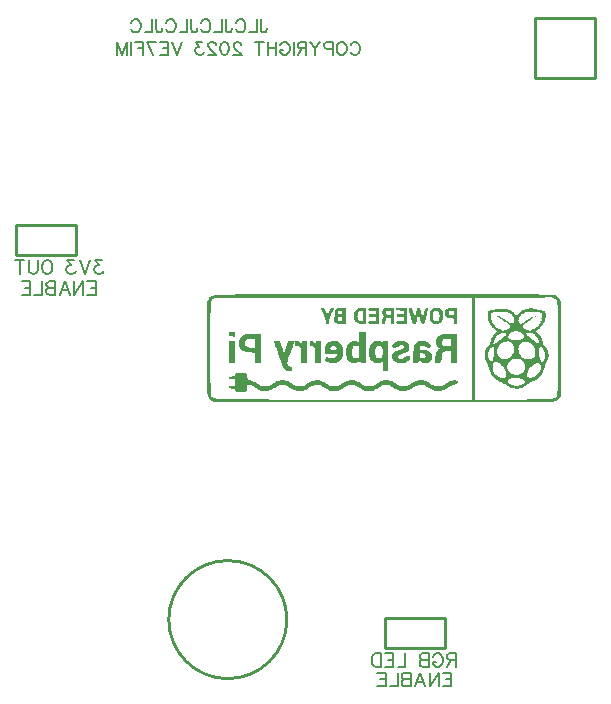
<source format=gbo>
G04 Layer: BottomSilkscreenLayer*
G04 EasyEDA v6.5.29, 2023-07-09 12:24:00*
G04 97f15dd9b7304d05b9f7bb3fd5aabb56,5a6b42c53f6a479593ecc07194224c93,10*
G04 Gerber Generator version 0.2*
G04 Scale: 100 percent, Rotated: No, Reflected: No *
G04 Dimensions in millimeters *
G04 leading zeros omitted , absolute positions ,4 integer and 5 decimal *
%FSLAX45Y45*%
%MOMM*%

%ADD10C,0.1520*%
%ADD11C,0.1524*%
%ADD12C,0.2540*%

%LPD*%
G36*
X2417114Y3377133D02*
G01*
X2151583Y3376726D01*
X2037588Y3376168D01*
X1938934Y3375304D01*
X1864969Y3374085D01*
X1834235Y3373374D01*
X1804111Y3372358D01*
X1781149Y3371342D01*
X1759102Y3370072D01*
X1739036Y3368446D01*
X1725930Y3367024D01*
X1717700Y3365804D01*
X1709623Y3364280D01*
X1700631Y3361893D01*
X1694738Y3359556D01*
X1690522Y3356914D01*
X1689100Y3355695D01*
X1686661Y3352749D01*
X1685188Y3349853D01*
X1681327Y3338626D01*
X1679549Y3334816D01*
X1664716Y3309467D01*
X1664716Y2934004D01*
X1693621Y2934004D01*
X1693875Y3124860D01*
X1694535Y3199485D01*
X1695094Y3228898D01*
X1695856Y3253638D01*
X1696872Y3274110D01*
X1698091Y3290824D01*
X1699666Y3304184D01*
X1701495Y3314598D01*
X1702562Y3318916D01*
X1703730Y3322624D01*
X1706321Y3328619D01*
X1709318Y3333038D01*
X1712772Y3336391D01*
X1716684Y3339033D01*
X1722272Y3342132D01*
X1725574Y3342690D01*
X1745843Y3343706D01*
X1784451Y3344621D01*
X1845614Y3345484D01*
X1927860Y3346196D01*
X2140102Y3347262D01*
X2292908Y3347669D01*
X2624683Y3348075D01*
X3906012Y3348126D01*
X3906012Y2485796D01*
X3935018Y2485796D01*
X3935018Y3348126D01*
X4377791Y3348329D01*
X4495292Y3348990D01*
X4560366Y3350006D01*
X4566158Y3350310D01*
X4571136Y3351225D01*
X4575556Y3351326D01*
X4580432Y3350818D01*
X4585614Y3349751D01*
X4590948Y3348126D01*
X4596384Y3346094D01*
X4601768Y3343656D01*
X4607001Y3340862D01*
X4611928Y3337712D01*
X4616450Y3334359D01*
X4620463Y3330752D01*
X4624374Y3326282D01*
X4627321Y3321913D01*
X4628946Y3318154D01*
X4630369Y3313074D01*
X4631537Y3306064D01*
X4632553Y3296513D01*
X4633417Y3283965D01*
X4634636Y3247339D01*
X4635347Y3191560D01*
X4635652Y3112008D01*
X4635703Y2802229D01*
X4635449Y2700172D01*
X4634941Y2633218D01*
X4634128Y2585110D01*
X4633569Y2567127D01*
X4632096Y2541066D01*
X4631131Y2532227D01*
X4630064Y2525572D01*
X4628845Y2520746D01*
X4627473Y2517292D01*
X4625340Y2513939D01*
X4620310Y2507437D01*
X4618177Y2505151D01*
X4615789Y2503017D01*
X4613148Y2501036D01*
X4610150Y2499258D01*
X4606696Y2497582D01*
X4602683Y2496058D01*
X4598111Y2494686D01*
X4592828Y2493416D01*
X4579924Y2491282D01*
X4563313Y2489606D01*
X4542383Y2488285D01*
X4516475Y2487320D01*
X4484928Y2486609D01*
X4402531Y2485948D01*
X4350359Y2485796D01*
X2299157Y2485847D01*
X2083511Y2486253D01*
X1965655Y2486964D01*
X1876094Y2488082D01*
X1810816Y2489809D01*
X1786026Y2490927D01*
X1765757Y2492197D01*
X1746046Y2494076D01*
X1738274Y2495143D01*
X1727200Y2497277D01*
X1720138Y2499461D01*
X1716735Y2500884D01*
X1713585Y2502814D01*
X1711909Y2504135D01*
X1708962Y2507437D01*
X1702714Y2517952D01*
X1701190Y2521254D01*
X1699869Y2525674D01*
X1698701Y2531618D01*
X1697685Y2539593D01*
X1696821Y2549956D01*
X1696059Y2563215D01*
X1694942Y2600147D01*
X1694230Y2653893D01*
X1693824Y2727960D01*
X1693621Y2934004D01*
X1664716Y2934004D01*
X1664919Y2702255D01*
X1665427Y2632405D01*
X1666239Y2582926D01*
X1667560Y2549855D01*
X1668424Y2538222D01*
X1669440Y2529179D01*
X1670659Y2522169D01*
X1672031Y2516835D01*
X1674469Y2510637D01*
X1677974Y2504541D01*
X1681073Y2499969D01*
X1684680Y2495346D01*
X1688592Y2490774D01*
X1692757Y2486355D01*
X1696974Y2482291D01*
X1701190Y2478684D01*
X1705254Y2475636D01*
X1724304Y2462631D01*
X3937457Y2462834D01*
X4217517Y2463241D01*
X4340758Y2463647D01*
X4426102Y2464206D01*
X4494987Y2464917D01*
X4549495Y2466035D01*
X4583328Y2467305D01*
X4595063Y2468067D01*
X4606340Y2469235D01*
X4612182Y2470200D01*
X4616805Y2471369D01*
X4620006Y2472639D01*
X4622088Y2473756D01*
X4626813Y2476855D01*
X4631029Y2480106D01*
X4635296Y2483815D01*
X4639513Y2487828D01*
X4643526Y2492044D01*
X4647234Y2496312D01*
X4650486Y2500528D01*
X4654702Y2507132D01*
X4656074Y2509824D01*
X4658055Y2515311D01*
X4659376Y2521204D01*
X4660544Y2529027D01*
X4661509Y2539339D01*
X4662322Y2552700D01*
X4662982Y2569667D01*
X4663897Y2616657D01*
X4664405Y2684729D01*
X4664659Y2836164D01*
X4664557Y3123082D01*
X4664151Y3200196D01*
X4663389Y3254603D01*
X4662170Y3290620D01*
X4661306Y3303168D01*
X4660290Y3312820D01*
X4659071Y3320084D01*
X4657648Y3325571D01*
X4656074Y3329838D01*
X4654194Y3333445D01*
X4650486Y3339185D01*
X4647234Y3343351D01*
X4643526Y3347618D01*
X4639513Y3351834D01*
X4635296Y3355848D01*
X4631029Y3359556D01*
X4626813Y3362807D01*
X4620260Y3366922D01*
X4617770Y3367989D01*
X4614011Y3369106D01*
X4605782Y3370529D01*
X4595215Y3371596D01*
X4581855Y3372459D01*
X4551172Y3373628D01*
X4506569Y3374542D01*
X4445050Y3375304D01*
X4363770Y3375914D01*
X4259681Y3376320D01*
X4054551Y3376726D01*
X3768699Y3376929D01*
G37*
G36*
X3611473Y3264763D02*
G01*
X3605174Y3264662D01*
X3598824Y3263950D01*
X3592525Y3262629D01*
X3586378Y3260648D01*
X3580434Y3258108D01*
X3574796Y3254908D01*
X3569512Y3251200D01*
X3564636Y3246882D01*
X3560318Y3242310D01*
X3556965Y3237890D01*
X3554374Y3233318D01*
X3552444Y3228187D01*
X3551174Y3222142D01*
X3550361Y3214878D01*
X3549954Y3205937D01*
X3549892Y3199282D01*
X3576624Y3199282D01*
X3576980Y3204921D01*
X3577691Y3210407D01*
X3578809Y3215640D01*
X3580282Y3220618D01*
X3582111Y3225190D01*
X3584346Y3229305D01*
X3586987Y3232912D01*
X3589985Y3235909D01*
X3593388Y3238195D01*
X3601262Y3242259D01*
X3606546Y3243275D01*
X3612134Y3240938D01*
X3620973Y3234944D01*
X3624529Y3232150D01*
X3627424Y3229152D01*
X3629660Y3225749D01*
X3631336Y3221736D01*
X3632555Y3216910D01*
X3633317Y3211017D01*
X3633724Y3203905D01*
X3633825Y3195320D01*
X3633520Y3186226D01*
X3632657Y3177997D01*
X3631234Y3170682D01*
X3629253Y3164332D01*
X3626764Y3158896D01*
X3623767Y3154527D01*
X3620262Y3151124D01*
X3616350Y3148736D01*
X3611981Y3147415D01*
X3607206Y3147212D01*
X3602024Y3148126D01*
X3596487Y3150158D01*
X3592931Y3152241D01*
X3589731Y3155035D01*
X3586835Y3158439D01*
X3584346Y3162401D01*
X3582162Y3166872D01*
X3580333Y3171748D01*
X3578910Y3176879D01*
X3577793Y3182315D01*
X3577031Y3187903D01*
X3576675Y3193592D01*
X3576624Y3199282D01*
X3549892Y3199282D01*
X3549954Y3184398D01*
X3550361Y3175558D01*
X3551174Y3168243D01*
X3552444Y3162147D01*
X3554222Y3156915D01*
X3556660Y3152190D01*
X3559860Y3147720D01*
X3563823Y3143199D01*
X3568598Y3138627D01*
X3573678Y3134664D01*
X3579114Y3131362D01*
X3584752Y3128619D01*
X3590594Y3126536D01*
X3596589Y3125114D01*
X3602685Y3124352D01*
X3608832Y3124250D01*
X3614978Y3124809D01*
X3621074Y3126079D01*
X3627069Y3128010D01*
X3632962Y3130651D01*
X3638550Y3133750D01*
X3643426Y3136950D01*
X3647694Y3140354D01*
X3651300Y3144062D01*
X3654298Y3148177D01*
X3656837Y3152698D01*
X3658819Y3157829D01*
X3660343Y3163570D01*
X3661460Y3170021D01*
X3662222Y3177336D01*
X3662679Y3185515D01*
X3662679Y3203702D01*
X3662273Y3211779D01*
X3661511Y3218942D01*
X3660444Y3225342D01*
X3659022Y3231083D01*
X3657142Y3236163D01*
X3654806Y3240735D01*
X3652012Y3244850D01*
X3648659Y3248609D01*
X3644747Y3252012D01*
X3640277Y3255264D01*
X3635146Y3258362D01*
X3629609Y3260953D01*
X3623818Y3262884D01*
X3617722Y3264153D01*
G37*
G36*
X3539337Y3261867D02*
G01*
X3524402Y3260140D01*
X3519830Y3259378D01*
X3516122Y3258007D01*
X3513074Y3255619D01*
X3510534Y3251860D01*
X3508298Y3246323D01*
X3506114Y3238601D01*
X3503777Y3228289D01*
X3492804Y3171596D01*
X3477615Y3229508D01*
X3474567Y3239820D01*
X3471824Y3247694D01*
X3469233Y3253435D01*
X3466592Y3257346D01*
X3463747Y3259734D01*
X3460496Y3260953D01*
X3456686Y3261309D01*
X3452926Y3261004D01*
X3449726Y3259836D01*
X3446932Y3257600D01*
X3444443Y3253994D01*
X3442004Y3248710D01*
X3439566Y3241497D01*
X3436874Y3232048D01*
X3431946Y3212439D01*
X3428441Y3200298D01*
X3426866Y3195675D01*
X3425342Y3192068D01*
X3423920Y3189478D01*
X3422548Y3187852D01*
X3421227Y3187242D01*
X3419957Y3187598D01*
X3418738Y3188970D01*
X3417519Y3191306D01*
X3416300Y3194659D01*
X3413861Y3204311D01*
X3408934Y3231032D01*
X3406800Y3241243D01*
X3404666Y3248863D01*
X3402329Y3254298D01*
X3399536Y3257905D01*
X3396132Y3260039D01*
X3391915Y3261055D01*
X3386683Y3261309D01*
X3380638Y3260801D01*
X3376523Y3259378D01*
X3374491Y3257143D01*
X3374644Y3254044D01*
X3379063Y3237230D01*
X3385261Y3211118D01*
X3393643Y3174390D01*
X3398469Y3154222D01*
X3400501Y3146856D01*
X3402431Y3140964D01*
X3404260Y3136493D01*
X3406190Y3133191D01*
X3408172Y3130905D01*
X3410458Y3129432D01*
X3412947Y3128619D01*
X3415893Y3128264D01*
X3419297Y3128162D01*
X3424123Y3128416D01*
X3427984Y3129330D01*
X3431184Y3131312D01*
X3433978Y3134868D01*
X3436569Y3140405D01*
X3439210Y3148228D01*
X3445713Y3172714D01*
X3456787Y3217214D01*
X3471265Y3158794D01*
X3474212Y3148126D01*
X3476853Y3140252D01*
X3479444Y3134766D01*
X3482238Y3131261D01*
X3485489Y3129280D01*
X3489451Y3128365D01*
X3494379Y3128162D01*
X3497935Y3128264D01*
X3500932Y3128619D01*
X3503523Y3129483D01*
X3505860Y3131058D01*
X3507943Y3133547D01*
X3509873Y3137154D01*
X3511854Y3142183D01*
X3513886Y3148736D01*
X3518560Y3167481D01*
G37*
G36*
X3745179Y3261309D02*
G01*
X3736136Y3261207D01*
X3727958Y3260852D01*
X3720490Y3260242D01*
X3713835Y3259378D01*
X3707841Y3258210D01*
X3702507Y3256737D01*
X3697884Y3254959D01*
X3693820Y3252774D01*
X3690365Y3250285D01*
X3687470Y3247390D01*
X3685133Y3244088D01*
X3683254Y3240379D01*
X3681882Y3236214D01*
X3680917Y3231591D01*
X3680358Y3226460D01*
X3680155Y3220872D01*
X3680454Y3215792D01*
X3709771Y3215792D01*
X3710076Y3221431D01*
X3711905Y3228441D01*
X3715816Y3232962D01*
X3722725Y3235604D01*
X3733749Y3237026D01*
X3740810Y3237585D01*
X3746144Y3237687D01*
X3750005Y3237230D01*
X3752596Y3235909D01*
X3754221Y3233572D01*
X3755085Y3229965D01*
X3755390Y3224936D01*
X3755440Y3218230D01*
X3754983Y3207156D01*
X3752900Y3200958D01*
X3748074Y3198266D01*
X3739540Y3197707D01*
X3731717Y3198114D01*
X3725164Y3199231D01*
X3719779Y3201060D01*
X3715562Y3203600D01*
X3712464Y3206902D01*
X3710584Y3210966D01*
X3709771Y3215792D01*
X3680454Y3215792D01*
X3680561Y3213963D01*
X3681831Y3207512D01*
X3683863Y3201568D01*
X3686606Y3196132D01*
X3690162Y3191256D01*
X3694379Y3186938D01*
X3699306Y3183229D01*
X3704844Y3180130D01*
X3711041Y3177692D01*
X3717798Y3175914D01*
X3725164Y3174847D01*
X3733088Y3174492D01*
X3740404Y3174441D01*
X3745941Y3174085D01*
X3749954Y3173222D01*
X3752596Y3171545D01*
X3754221Y3168751D01*
X3755085Y3164636D01*
X3755390Y3158947D01*
X3755440Y3151327D01*
X3755898Y3138932D01*
X3757828Y3131921D01*
X3762197Y3128873D01*
X3769918Y3128162D01*
X3784396Y3128162D01*
X3784396Y3261309D01*
G37*
G36*
X3311956Y3261309D02*
G01*
X3285642Y3260953D01*
X3277006Y3260445D01*
X3270910Y3259632D01*
X3266948Y3258312D01*
X3264763Y3256534D01*
X3264001Y3254197D01*
X3264255Y3251149D01*
X3265119Y3248406D01*
X3266694Y3246120D01*
X3269132Y3244240D01*
X3272586Y3242767D01*
X3277158Y3241548D01*
X3283102Y3240633D01*
X3290468Y3239871D01*
X3309721Y3238703D01*
X3317697Y3237992D01*
X3323539Y3237026D01*
X3327654Y3235706D01*
X3330295Y3233775D01*
X3331819Y3231235D01*
X3332530Y3227781D01*
X3332683Y3223412D01*
X3332530Y3218992D01*
X3331921Y3215640D01*
X3330600Y3213100D01*
X3328263Y3211372D01*
X3324656Y3210204D01*
X3319576Y3209594D01*
X3312668Y3209290D01*
X3295243Y3209137D01*
X3288588Y3208832D01*
X3283508Y3208172D01*
X3279800Y3207156D01*
X3277311Y3205683D01*
X3275736Y3203651D01*
X3274974Y3201009D01*
X3274771Y3197656D01*
X3274974Y3194253D01*
X3275736Y3191611D01*
X3277311Y3189579D01*
X3279800Y3188106D01*
X3283508Y3187090D01*
X3288588Y3186430D01*
X3295243Y3186125D01*
X3313074Y3186023D01*
X3320135Y3185718D01*
X3325266Y3185058D01*
X3328771Y3183737D01*
X3330956Y3181705D01*
X3332124Y3178657D01*
X3332581Y3174492D01*
X3332581Y3163468D01*
X3332073Y3159252D01*
X3330752Y3156153D01*
X3328263Y3153968D01*
X3324250Y3152444D01*
X3318357Y3151479D01*
X3310178Y3150768D01*
X3290468Y3149600D01*
X3283102Y3148888D01*
X3277158Y3147923D01*
X3272586Y3146704D01*
X3269132Y3145231D01*
X3266694Y3143351D01*
X3265119Y3141065D01*
X3264255Y3138322D01*
X3264001Y3135274D01*
X3264763Y3132937D01*
X3266948Y3131159D01*
X3270910Y3129889D01*
X3277006Y3129026D01*
X3285642Y3128518D01*
X3311956Y3128162D01*
X3361639Y3128162D01*
X3361639Y3261309D01*
G37*
G36*
X3213557Y3261309D02*
G01*
X3197961Y3260852D01*
X3183534Y3259632D01*
X3171952Y3257803D01*
X3167735Y3256686D01*
X3164789Y3255568D01*
X3161182Y3253079D01*
X3157982Y3249777D01*
X3155238Y3245866D01*
X3152952Y3241395D01*
X3151225Y3236569D01*
X3150006Y3231540D01*
X3149346Y3226358D01*
X3149320Y3223768D01*
X3178556Y3223768D01*
X3179724Y3228746D01*
X3182518Y3232810D01*
X3187446Y3235756D01*
X3194253Y3237534D01*
X3202990Y3238144D01*
X3213608Y3237687D01*
X3219551Y3235401D01*
X3222091Y3230219D01*
X3222650Y3220770D01*
X3222091Y3211626D01*
X3219805Y3206394D01*
X3214725Y3204006D01*
X3205988Y3203397D01*
X3199079Y3203956D01*
X3192983Y3205480D01*
X3187801Y3207867D01*
X3183636Y3210966D01*
X3180638Y3214776D01*
X3178911Y3219043D01*
X3178556Y3223768D01*
X3149320Y3223768D01*
X3149295Y3221278D01*
X3149854Y3216351D01*
X3151022Y3211779D01*
X3152851Y3207664D01*
X3159404Y3199028D01*
X3161080Y3194761D01*
X3160623Y3191052D01*
X3157982Y3187446D01*
X3155086Y3182772D01*
X3152140Y3175050D01*
X3149447Y3165246D01*
X3147364Y3154527D01*
X3146094Y3145891D01*
X3145383Y3139440D01*
X3145282Y3134766D01*
X3146044Y3131616D01*
X3147720Y3129635D01*
X3150463Y3128619D01*
X3154476Y3128264D01*
X3159861Y3128162D01*
X3168650Y3128772D01*
X3173577Y3131312D01*
X3175812Y3137052D01*
X3176727Y3155391D01*
X3177997Y3162300D01*
X3180181Y3167989D01*
X3183382Y3172510D01*
X3187496Y3176016D01*
X3192729Y3178403D01*
X3198977Y3179826D01*
X3206394Y3180283D01*
X3211525Y3180181D01*
X3215436Y3179673D01*
X3218281Y3178556D01*
X3220262Y3176473D01*
X3221532Y3173323D01*
X3222244Y3168700D01*
X3222548Y3162452D01*
X3222701Y3146247D01*
X3223006Y3140049D01*
X3223717Y3135477D01*
X3224885Y3132226D01*
X3226663Y3130092D01*
X3229254Y3128873D01*
X3232658Y3128314D01*
X3251606Y3128162D01*
X3251606Y3261309D01*
G37*
G36*
X3077819Y3261309D02*
G01*
X3052673Y3260953D01*
X3044494Y3260445D01*
X3038754Y3259480D01*
X3034944Y3258058D01*
X3032760Y3256026D01*
X3031744Y3253282D01*
X3031490Y3249726D01*
X3031744Y3246323D01*
X3032556Y3243630D01*
X3034182Y3241598D01*
X3036925Y3240125D01*
X3040989Y3239109D01*
X3046577Y3238500D01*
X3073400Y3238093D01*
X3081020Y3237788D01*
X3086658Y3237179D01*
X3090570Y3236061D01*
X3093059Y3234283D01*
X3094482Y3231692D01*
X3095091Y3228238D01*
X3095091Y3219196D01*
X3094482Y3215741D01*
X3093161Y3213150D01*
X3090875Y3211372D01*
X3087319Y3210204D01*
X3082188Y3209544D01*
X3057804Y3209137D01*
X3051149Y3208832D01*
X3046069Y3208172D01*
X3042361Y3207156D01*
X3039821Y3205683D01*
X3038297Y3203651D01*
X3037535Y3201009D01*
X3037281Y3197656D01*
X3037535Y3194253D01*
X3038297Y3191611D01*
X3039821Y3189579D01*
X3042361Y3188106D01*
X3046069Y3187090D01*
X3051149Y3186430D01*
X3057804Y3186125D01*
X3075635Y3186023D01*
X3082747Y3185718D01*
X3087878Y3185058D01*
X3091332Y3183737D01*
X3093516Y3181654D01*
X3094685Y3178556D01*
X3095142Y3174339D01*
X3095142Y3163011D01*
X3094685Y3158744D01*
X3093466Y3155645D01*
X3091129Y3153562D01*
X3087319Y3152292D01*
X3081629Y3151632D01*
X3053943Y3151276D01*
X3046577Y3150971D01*
X3040989Y3150362D01*
X3036925Y3149346D01*
X3034182Y3147872D01*
X3032556Y3145840D01*
X3031744Y3143199D01*
X3031490Y3139744D01*
X3031744Y3136188D01*
X3032760Y3133496D01*
X3034944Y3131413D01*
X3038754Y3129991D01*
X3044494Y3129026D01*
X3052673Y3128518D01*
X3077819Y3128162D01*
X3124149Y3128162D01*
X3124149Y3261309D01*
G37*
G36*
X2978912Y3261309D02*
G01*
X2968345Y3261156D01*
X2959760Y3260750D01*
X2952699Y3259886D01*
X2946806Y3258464D01*
X2941675Y3256330D01*
X2936900Y3253333D01*
X2932074Y3249422D01*
X2926791Y3244392D01*
X2921863Y3239211D01*
X2917952Y3234436D01*
X2915005Y3229711D01*
X2912821Y3224733D01*
X2911348Y3219043D01*
X2910433Y3212439D01*
X2910027Y3204413D01*
X2909874Y3194761D01*
X2938830Y3194761D01*
X2939338Y3203803D01*
X2940608Y3212846D01*
X2942488Y3220923D01*
X2944825Y3226968D01*
X2948533Y3231743D01*
X2953715Y3235248D01*
X2960268Y3237433D01*
X2967990Y3238144D01*
X2985160Y3238144D01*
X2985160Y3151327D01*
X2967990Y3151327D01*
X2963164Y3151632D01*
X2958795Y3152444D01*
X2954832Y3153867D01*
X2951378Y3155848D01*
X2948381Y3158439D01*
X2945790Y3161690D01*
X2943606Y3165500D01*
X2941878Y3170021D01*
X2940558Y3175152D01*
X2939592Y3180994D01*
X2939034Y3187496D01*
X2938830Y3194761D01*
X2909874Y3194761D01*
X2910027Y3185058D01*
X2910433Y3177032D01*
X2911348Y3170428D01*
X2912821Y3164789D01*
X2915005Y3159760D01*
X2917952Y3155035D01*
X2921863Y3150311D01*
X2926791Y3145078D01*
X2932074Y3140049D01*
X2936900Y3136138D01*
X2941675Y3133140D01*
X2946806Y3131007D01*
X2952699Y3129584D01*
X2959760Y3128721D01*
X2968345Y3128314D01*
X3014116Y3128162D01*
X3014116Y3261309D01*
G37*
G36*
X2806090Y3261309D02*
G01*
X2792018Y3261004D01*
X2779064Y3260191D01*
X2768650Y3259023D01*
X2764840Y3258362D01*
X2762250Y3257600D01*
X2757373Y3254857D01*
X2753207Y3250692D01*
X2749804Y3245408D01*
X2747314Y3239312D01*
X2745790Y3232607D01*
X2745282Y3225647D01*
X2745469Y3223666D01*
X2776677Y3223666D01*
X2777337Y3231083D01*
X2779877Y3235502D01*
X2785160Y3237585D01*
X2794050Y3238144D01*
X2802940Y3237585D01*
X2808224Y3235502D01*
X2810764Y3231083D01*
X2811424Y3223666D01*
X2810764Y3216249D01*
X2808224Y3211880D01*
X2802940Y3209747D01*
X2794050Y3209188D01*
X2785160Y3209747D01*
X2779877Y3211880D01*
X2777337Y3216249D01*
X2776677Y3223666D01*
X2745469Y3223666D01*
X2745943Y3218637D01*
X2750007Y3204210D01*
X2750261Y3197402D01*
X2748483Y3190748D01*
X2741726Y3178403D01*
X2739898Y3173018D01*
X2739136Y3167583D01*
X2739542Y3162046D01*
X2740489Y3158540D01*
X2771495Y3158540D01*
X2771952Y3167227D01*
X2773629Y3175406D01*
X2776982Y3180537D01*
X2782976Y3183432D01*
X2792577Y3184956D01*
X2802940Y3185515D01*
X2808579Y3183839D01*
X2810967Y3178759D01*
X2811424Y3169056D01*
X2810916Y3159353D01*
X2808274Y3154019D01*
X2802077Y3151784D01*
X2790748Y3151327D01*
X2779522Y3151733D01*
X2773578Y3153765D01*
X2771495Y3158540D01*
X2740489Y3158540D01*
X2741066Y3156407D01*
X2743708Y3150565D01*
X2747467Y3144570D01*
X2752394Y3138322D01*
X2755138Y3135630D01*
X2758490Y3133445D01*
X2762554Y3131667D01*
X2767634Y3130296D01*
X2773781Y3129330D01*
X2781249Y3128670D01*
X2800756Y3128162D01*
X2840380Y3128162D01*
X2840380Y3261309D01*
G37*
G36*
X2640634Y3261309D02*
G01*
X2634996Y3261004D01*
X2630373Y3260242D01*
X2627223Y3259074D01*
X2626106Y3257651D01*
X2626563Y3256076D01*
X2630068Y3248456D01*
X2636316Y3236112D01*
X2652877Y3205378D01*
X2659227Y3192678D01*
X2664358Y3180994D01*
X2668270Y3170377D01*
X2670911Y3160928D01*
X2671775Y3156661D01*
X2672283Y3152749D01*
X2672892Y3138068D01*
X2674874Y3131718D01*
X2679242Y3128873D01*
X2686913Y3128162D01*
X2691384Y3128314D01*
X2694787Y3128873D01*
X2697327Y3130143D01*
X2699156Y3132277D01*
X2700324Y3135579D01*
X2700985Y3140252D01*
X2701290Y3146552D01*
X2701493Y3159556D01*
X2701848Y3164332D01*
X2703322Y3173780D01*
X2705912Y3183432D01*
X2709773Y3193694D01*
X2712161Y3199180D01*
X2718104Y3211017D01*
X2732989Y3238347D01*
X2738475Y3249168D01*
X2741523Y3256026D01*
X2741930Y3257499D01*
X2740761Y3258972D01*
X2737662Y3260191D01*
X2733040Y3261004D01*
X2727350Y3261309D01*
X2723286Y3261004D01*
X2719679Y3260140D01*
X2716326Y3258464D01*
X2713228Y3255975D01*
X2710129Y3252520D01*
X2707030Y3247999D01*
X2703728Y3242310D01*
X2694940Y3225139D01*
X2690164Y3216859D01*
X2686354Y3211271D01*
X2684018Y3209188D01*
X2681681Y3211271D01*
X2677820Y3216859D01*
X2673045Y3225139D01*
X2664307Y3242310D01*
X2661005Y3247999D01*
X2657906Y3252520D01*
X2654808Y3255975D01*
X2651658Y3258464D01*
X2648356Y3260140D01*
X2644698Y3261004D01*
G37*
G36*
X4406646Y3258616D02*
G01*
X4404106Y3258413D01*
X4367428Y3251657D01*
X4356100Y3248710D01*
X4345482Y3244799D01*
X4340453Y3242513D01*
X4335576Y3239973D01*
X4330903Y3237230D01*
X4326382Y3234232D01*
X4322064Y3231032D01*
X4317949Y3227628D01*
X4314037Y3224022D01*
X4310278Y3220161D01*
X4306773Y3216097D01*
X4300321Y3207359D01*
X4286300Y3186023D01*
X4270603Y3212084D01*
X4267911Y3215843D01*
X4261916Y3222853D01*
X4258665Y3226104D01*
X4251502Y3232099D01*
X4243628Y3237433D01*
X4239412Y3239871D01*
X4230420Y3244189D01*
X4225696Y3246120D01*
X4215739Y3249422D01*
X4205071Y3252063D01*
X4193844Y3253994D01*
X4182008Y3255213D01*
X4169562Y3255721D01*
X4156608Y3255517D01*
X4143095Y3254603D01*
X4129125Y3252927D01*
X4114647Y3250590D01*
X4096562Y3246780D01*
X4076700Y3241852D01*
X4067962Y3239465D01*
X4054246Y3234994D01*
X4049674Y3233166D01*
X4047032Y3231591D01*
X4045204Y3229457D01*
X4043730Y3226409D01*
X4042562Y3222498D01*
X4041749Y3217875D01*
X4041292Y3212642D01*
X4041089Y3206851D01*
X4041215Y3201670D01*
X4065524Y3201670D01*
X4065879Y3208070D01*
X4067911Y3212185D01*
X4071975Y3214370D01*
X4084065Y3215436D01*
X4087520Y3216706D01*
X4088790Y3218789D01*
X4087012Y3224530D01*
X4088993Y3226003D01*
X4093921Y3226003D01*
X4109618Y3223615D01*
X4115358Y3223717D01*
X4119016Y3224885D01*
X4120337Y3227120D01*
X4121200Y3229203D01*
X4123690Y3230321D01*
X4127347Y3230422D01*
X4136593Y3228441D01*
X4140250Y3228594D01*
X4142638Y3229864D01*
X4143501Y3232150D01*
X4144111Y3234740D01*
X4146092Y3235655D01*
X4149547Y3234944D01*
X4159859Y3230270D01*
X4163720Y3229610D01*
X4166362Y3230727D01*
X4168038Y3233572D01*
X4169359Y3236468D01*
X4170832Y3237331D01*
X4172610Y3236264D01*
X4174845Y3233115D01*
X4177334Y3230524D01*
X4180687Y3228949D01*
X4184446Y3228441D01*
X4192320Y3229965D01*
X4196842Y3229610D01*
X4201261Y3228238D01*
X4205020Y3225952D01*
X4208119Y3223768D01*
X4210659Y3222599D01*
X4212386Y3222650D01*
X4212996Y3223869D01*
X4213910Y3224784D01*
X4216400Y3223971D01*
X4220057Y3221583D01*
X4229049Y3214166D01*
X4232757Y3211830D01*
X4235246Y3211017D01*
X4236161Y3211931D01*
X4237024Y3214116D01*
X4239361Y3213760D01*
X4242765Y3211271D01*
X4246930Y3207004D01*
X4251452Y3201416D01*
X4255973Y3194964D01*
X4260138Y3188004D01*
X4263491Y3180943D01*
X4265676Y3175457D01*
X4267250Y3170580D01*
X4268216Y3166160D01*
X4268673Y3161995D01*
X4268631Y3160877D01*
X4301794Y3160877D01*
X4302658Y3168345D01*
X4304842Y3175152D01*
X4308043Y3182518D01*
X4311954Y3189884D01*
X4316272Y3196793D01*
X4320590Y3202686D01*
X4324604Y3207054D01*
X4327956Y3209391D01*
X4332478Y3208934D01*
X4336084Y3210407D01*
X4340606Y3213303D01*
X4350308Y3221278D01*
X4354220Y3223818D01*
X4356811Y3224733D01*
X4357776Y3223869D01*
X4358436Y3222650D01*
X4360265Y3222752D01*
X4362958Y3224022D01*
X4369968Y3228746D01*
X4374032Y3230168D01*
X4377842Y3230422D01*
X4384040Y3228492D01*
X4387850Y3228746D01*
X4391914Y3230168D01*
X4395673Y3232556D01*
X4399635Y3235502D01*
X4402226Y3236518D01*
X4403648Y3235604D01*
X4404715Y3230067D01*
X4406747Y3229051D01*
X4410303Y3229813D01*
X4421022Y3234842D01*
X4424629Y3235655D01*
X4426661Y3234740D01*
X4427270Y3232150D01*
X4428134Y3229864D01*
X4430522Y3228594D01*
X4434179Y3228441D01*
X4443425Y3230422D01*
X4447082Y3230321D01*
X4449572Y3229203D01*
X4450435Y3227120D01*
X4451756Y3224885D01*
X4455414Y3223717D01*
X4461154Y3223615D01*
X4476851Y3226003D01*
X4481779Y3226003D01*
X4483760Y3224530D01*
X4482033Y3218789D01*
X4483557Y3216706D01*
X4487468Y3215436D01*
X4501489Y3214624D01*
X4505147Y3213049D01*
X4505350Y3209544D01*
X4500016Y3198012D01*
X4499305Y3194405D01*
X4500372Y3192475D01*
X4503267Y3191865D01*
X4505350Y3191002D01*
X4505401Y3188665D01*
X4503470Y3185007D01*
X4495393Y3175050D01*
X4493514Y3171444D01*
X4493971Y3169361D01*
X4499610Y3168040D01*
X4500067Y3165957D01*
X4498187Y3162350D01*
X4489246Y3151581D01*
X4487367Y3147974D01*
X4488129Y3145993D01*
X4494834Y3144875D01*
X4495647Y3143504D01*
X4493869Y3141116D01*
X4485589Y3134156D01*
X4482388Y3130804D01*
X4480204Y3127756D01*
X4478274Y3121964D01*
X4475276Y3117342D01*
X4470857Y3112109D01*
X4465574Y3106775D01*
X4459884Y3101746D01*
X4454398Y3097530D01*
X4449470Y3094634D01*
X4445762Y3093567D01*
X4443120Y3093059D01*
X4441444Y3091789D01*
X4440986Y3089910D01*
X4441748Y3087674D01*
X4442053Y3085388D01*
X4440072Y3083560D01*
X4436110Y3082340D01*
X4424781Y3081426D01*
X4420057Y3080207D01*
X4416856Y3078327D01*
X4415688Y3076092D01*
X4414977Y3073400D01*
X4412945Y3071469D01*
X4409694Y3070250D01*
X4405528Y3069742D01*
X4400499Y3069844D01*
X4394809Y3070555D01*
X4388713Y3071825D01*
X4382262Y3073501D01*
X4375759Y3075635D01*
X4369257Y3078175D01*
X4362958Y3081020D01*
X4357065Y3084118D01*
X4351731Y3087471D01*
X4347159Y3090976D01*
X4343501Y3094634D01*
X4340910Y3098342D01*
X4339285Y3101848D01*
X4338523Y3105099D01*
X4338777Y3108299D01*
X4340148Y3111652D01*
X4342739Y3115360D01*
X4346702Y3119729D01*
X4359249Y3131108D01*
X4367072Y3137408D01*
X4376623Y3144520D01*
X4387240Y3151987D01*
X4398416Y3159404D01*
X4409541Y3166414D01*
X4434078Y3180588D01*
X4445609Y3187496D01*
X4455515Y3194100D01*
X4456226Y3194964D01*
X4455769Y3195472D01*
X4454398Y3195472D01*
X4449267Y3194151D01*
X4441393Y3191205D01*
X4431334Y3186938D01*
X4419600Y3181654D01*
X4393539Y3168904D01*
X4367631Y3155238D01*
X4356100Y3148685D01*
X4346295Y3142742D01*
X4338726Y3137611D01*
X4322013Y3125266D01*
X4310583Y3139389D01*
X4305706Y3146552D01*
X4302810Y3153664D01*
X4301794Y3160877D01*
X4268631Y3160877D01*
X4268520Y3157931D01*
X4267860Y3153867D01*
X4266590Y3149498D01*
X4264812Y3144774D01*
X4261662Y3138322D01*
X4258259Y3133039D01*
X4255008Y3129483D01*
X4252264Y3128162D01*
X4250436Y3128568D01*
X4243476Y3131616D01*
X4233113Y3137052D01*
X4220565Y3144215D01*
X4208881Y3151225D01*
X4197654Y3157575D01*
X4185158Y3164332D01*
X4158843Y3177590D01*
X4135018Y3188614D01*
X4125671Y3192576D01*
X4118762Y3195066D01*
X4116476Y3195675D01*
X4115054Y3195828D01*
X4114546Y3195421D01*
X4115308Y3194558D01*
X4121048Y3190494D01*
X4131310Y3183940D01*
X4169054Y3161030D01*
X4180433Y3153562D01*
X4191406Y3146044D01*
X4201414Y3138830D01*
X4209796Y3132378D01*
X4220413Y3123285D01*
X4225798Y3118358D01*
X4229455Y3114344D01*
X4231538Y3110890D01*
X4232148Y3107740D01*
X4231538Y3104489D01*
X4229760Y3100832D01*
X4226966Y3096412D01*
X4224020Y3092704D01*
X4220108Y3089097D01*
X4215434Y3085642D01*
X4210151Y3082442D01*
X4204462Y3079445D01*
X4198416Y3076803D01*
X4192270Y3074466D01*
X4186072Y3072536D01*
X4180078Y3071012D01*
X4174337Y3069996D01*
X4169105Y3069488D01*
X4164431Y3069488D01*
X4160570Y3070148D01*
X4157624Y3071418D01*
X4155744Y3073400D01*
X4155084Y3076092D01*
X4153915Y3078327D01*
X4150715Y3080207D01*
X4145991Y3081426D01*
X4134662Y3082340D01*
X4130700Y3083560D01*
X4128719Y3085388D01*
X4129024Y3087674D01*
X4129786Y3089910D01*
X4129328Y3091789D01*
X4127652Y3093059D01*
X4125010Y3093567D01*
X4121048Y3094685D01*
X4116070Y3097631D01*
X4110532Y3101898D01*
X4104894Y3107080D01*
X4099712Y3112617D01*
X4095394Y3118104D01*
X4092448Y3123031D01*
X4090670Y3129432D01*
X4088841Y3131972D01*
X4086098Y3134309D01*
X4082796Y3136036D01*
X4079646Y3138017D01*
X4077614Y3140913D01*
X4076903Y3144418D01*
X4078427Y3151733D01*
X4078020Y3154527D01*
X4076496Y3156458D01*
X4071467Y3157829D01*
X4069943Y3159760D01*
X4069638Y3162655D01*
X4071569Y3170428D01*
X4071823Y3174695D01*
X4071315Y3178708D01*
X4068470Y3185515D01*
X4067098Y3190392D01*
X4066032Y3195980D01*
X4065524Y3201670D01*
X4041215Y3201670D01*
X4041698Y3193999D01*
X4043476Y3180029D01*
X4046372Y3165652D01*
X4048201Y3158591D01*
X4050284Y3151682D01*
X4052620Y3145028D01*
X4055211Y3138728D01*
X4059123Y3131159D01*
X4064558Y3122472D01*
X4071061Y3113227D01*
X4078274Y3103880D01*
X4085894Y3094990D01*
X4093514Y3087014D01*
X4120642Y3060293D01*
X4105808Y3050540D01*
X4102658Y3048203D01*
X4099458Y3045307D01*
X4096258Y3041853D01*
X4093108Y3037941D01*
X4090009Y3033623D01*
X4084015Y3023870D01*
X4078478Y3012897D01*
X4073601Y3001060D01*
X4069537Y2988767D01*
X4067810Y2982569D01*
X4066387Y2976321D01*
X4065270Y2970174D01*
X4063237Y2961386D01*
X4060291Y2953664D01*
X4059833Y2952902D01*
X4089755Y2952902D01*
X4093768Y2975457D01*
X4095089Y2981655D01*
X4096715Y2987700D01*
X4098747Y2993542D01*
X4101084Y2999130D01*
X4103776Y3004566D01*
X4106875Y3009747D01*
X4110228Y3014726D01*
X4113987Y3019501D01*
X4118051Y3023971D01*
X4122470Y3028289D01*
X4127195Y3032353D01*
X4132275Y3036163D01*
X4136999Y3039110D01*
X4142282Y3041802D01*
X4147972Y3044139D01*
X4153966Y3046171D01*
X4160113Y3047847D01*
X4166209Y3049117D01*
X4172254Y3049930D01*
X4177995Y3050387D01*
X4183329Y3050336D01*
X4188155Y3049828D01*
X4192270Y3048812D01*
X4195622Y3047238D01*
X4197705Y3045409D01*
X4198620Y3043224D01*
X4198162Y3040430D01*
X4196283Y3036874D01*
X4192828Y3032353D01*
X4187698Y3026664D01*
X4181640Y3020517D01*
X4215434Y3020517D01*
X4215790Y3023666D01*
X4216654Y3026867D01*
X4218025Y3030118D01*
X4219956Y3033420D01*
X4222445Y3036722D01*
X4225442Y3040075D01*
X4228998Y3043377D01*
X4233113Y3046730D01*
X4237786Y3049981D01*
X4243070Y3053232D01*
X4248912Y3056432D01*
X4254093Y3058871D01*
X4259376Y3060852D01*
X4264761Y3062427D01*
X4270197Y3063544D01*
X4275632Y3064306D01*
X4281068Y3064662D01*
X4286504Y3064662D01*
X4291838Y3064357D01*
X4297070Y3063697D01*
X4302252Y3062732D01*
X4307230Y3061462D01*
X4312107Y3059938D01*
X4321200Y3056178D01*
X4325366Y3053943D01*
X4329328Y3051505D01*
X4332935Y3048914D01*
X4336288Y3046069D01*
X4369358Y3046069D01*
X4370781Y3048812D01*
X4374642Y3050743D01*
X4380433Y3051962D01*
X4387748Y3052419D01*
X4395978Y3052114D01*
X4404715Y3050997D01*
X4413351Y3049117D01*
X4421479Y3046476D01*
X4427321Y3043834D01*
X4433062Y3040532D01*
X4438650Y3036722D01*
X4444085Y3032455D01*
X4449267Y3027680D01*
X4454093Y3022600D01*
X4458614Y3017164D01*
X4462729Y3011525D01*
X4466386Y3005632D01*
X4469536Y2999689D01*
X4472127Y2993593D01*
X4474108Y2987548D01*
X4476191Y2978505D01*
X4477359Y2970580D01*
X4477562Y2964586D01*
X4476648Y2961487D01*
X4475022Y2960725D01*
X4472584Y2960827D01*
X4469384Y2961741D01*
X4465472Y2963316D01*
X4460951Y2965551D01*
X4450486Y2971749D01*
X4438599Y2979724D01*
X4425950Y2989021D01*
X4413148Y2999130D01*
X4400854Y3009493D01*
X4389729Y3019653D01*
X4384802Y3024479D01*
X4376674Y3033369D01*
X4373575Y3037230D01*
X4371289Y3040735D01*
X4369866Y3043682D01*
X4369358Y3046069D01*
X4336288Y3046069D01*
X4339234Y3043174D01*
X4341774Y3040126D01*
X4344009Y3036925D01*
X4345736Y3033674D01*
X4347057Y3030321D01*
X4347870Y3026918D01*
X4348175Y3023463D01*
X4347972Y3020009D01*
X4347210Y3016504D01*
X4345838Y3013049D01*
X4343908Y3009595D01*
X4341266Y3006191D01*
X4338015Y3002838D01*
X4334052Y2999587D01*
X4329734Y2996692D01*
X4325112Y2994304D01*
X4320032Y2992374D01*
X4314342Y2990850D01*
X4307941Y2989732D01*
X4300626Y2989021D01*
X4292295Y2988614D01*
X4282795Y2988513D01*
X4275277Y2988716D01*
X4268216Y2989173D01*
X4261510Y2989884D01*
X4255262Y2990850D01*
X4249420Y2992069D01*
X4244035Y2993491D01*
X4239107Y2995117D01*
X4234586Y2996946D01*
X4230573Y2998978D01*
X4226966Y3001213D01*
X4223867Y3003600D01*
X4221226Y3006090D01*
X4219092Y3008731D01*
X4217416Y3011525D01*
X4216247Y3014421D01*
X4215587Y3017418D01*
X4215434Y3020517D01*
X4181640Y3020517D01*
X4171899Y3011170D01*
X4162399Y3002584D01*
X4152188Y2993898D01*
X4141724Y2985516D01*
X4131614Y2977946D01*
X4122369Y2971546D01*
X4114647Y2966770D01*
X4089755Y2952902D01*
X4059833Y2952902D01*
X4056837Y2947924D01*
X4053230Y2944876D01*
X4048810Y2941726D01*
X4043019Y2935427D01*
X4036618Y2926943D01*
X4030421Y2917190D01*
X4027627Y2912110D01*
X4025137Y2906877D01*
X4022953Y2901492D01*
X4021023Y2896006D01*
X4019397Y2890418D01*
X4018026Y2884728D01*
X4017010Y2878988D01*
X4015740Y2867456D01*
X4015572Y2859684D01*
X4044289Y2859684D01*
X4044289Y2866288D01*
X4044696Y2872943D01*
X4045559Y2879547D01*
X4046880Y2885948D01*
X4048607Y2892196D01*
X4050842Y2898140D01*
X4053433Y2903728D01*
X4056532Y2908909D01*
X4060037Y2913583D01*
X4065320Y2919476D01*
X4070248Y2924200D01*
X4074871Y2927705D01*
X4079189Y2930042D01*
X4083151Y2931160D01*
X4086809Y2931160D01*
X4090212Y2929940D01*
X4093311Y2927553D01*
X4094327Y2925876D01*
X4095242Y2923286D01*
X4096461Y2915513D01*
X4097020Y2905099D01*
X4096983Y2893720D01*
X4120337Y2893720D01*
X4120591Y2898190D01*
X4121302Y2902915D01*
X4122470Y2907893D01*
X4123994Y2913024D01*
X4128211Y2923489D01*
X4130801Y2928721D01*
X4136796Y2938983D01*
X4140098Y2943910D01*
X4147210Y2952902D01*
X4150969Y2956915D01*
X4154779Y2960522D01*
X4158640Y2963722D01*
X4162551Y2966364D01*
X4167124Y2968802D01*
X4172153Y2971038D01*
X4177639Y2972968D01*
X4183430Y2974594D01*
X4189425Y2975914D01*
X4195622Y2976880D01*
X4201871Y2977489D01*
X4208119Y2977692D01*
X4216044Y2977540D01*
X4222597Y2977032D01*
X4228185Y2976067D01*
X4232960Y2974492D01*
X4237278Y2972206D01*
X4241393Y2969107D01*
X4245610Y2965043D01*
X4250131Y2959912D01*
X4253280Y2955848D01*
X4256074Y2951581D01*
X4258513Y2947212D01*
X4260596Y2942742D01*
X4262323Y2938119D01*
X4263694Y2933446D01*
X4264761Y2928670D01*
X4265472Y2923844D01*
X4265828Y2918968D01*
X4265896Y2913227D01*
X4301896Y2913227D01*
X4301998Y2918256D01*
X4302404Y2923235D01*
X4303217Y2928112D01*
X4304284Y2932938D01*
X4305757Y2937662D01*
X4307636Y2942285D01*
X4309821Y2946755D01*
X4312412Y2951022D01*
X4315409Y2955137D01*
X4318762Y2959100D01*
X4322521Y2962808D01*
X4326940Y2966161D01*
X4332071Y2969056D01*
X4337761Y2971444D01*
X4343958Y2973324D01*
X4350461Y2974644D01*
X4357268Y2975406D01*
X4364228Y2975660D01*
X4371187Y2975356D01*
X4378045Y2974441D01*
X4384751Y2973019D01*
X4391152Y2970987D01*
X4397095Y2968345D01*
X4402378Y2965450D01*
X4407357Y2962351D01*
X4412030Y2958947D01*
X4416399Y2955340D01*
X4420463Y2951530D01*
X4424172Y2947568D01*
X4427626Y2943453D01*
X4430776Y2939135D01*
X4433671Y2934716D01*
X4436211Y2930194D01*
X4438497Y2925521D01*
X4440478Y2920796D01*
X4442155Y2916021D01*
X4444644Y2906369D01*
X4446016Y2896616D01*
X4446270Y2891637D01*
X4474565Y2891637D01*
X4475327Y2905556D01*
X4476038Y2912160D01*
X4477004Y2917647D01*
X4478172Y2921965D01*
X4479645Y2925318D01*
X4481372Y2927756D01*
X4483455Y2929331D01*
X4485894Y2930194D01*
X4489348Y2930093D01*
X4493260Y2928721D01*
X4497425Y2926232D01*
X4501794Y2922727D01*
X4506214Y2918358D01*
X4510582Y2913329D01*
X4514748Y2907741D01*
X4518660Y2901746D01*
X4522165Y2895498D01*
X4525111Y2889097D01*
X4527448Y2882798D01*
X4528972Y2876651D01*
X4529785Y2870403D01*
X4530039Y2863951D01*
X4529683Y2857347D01*
X4528870Y2850642D01*
X4527600Y2844088D01*
X4525924Y2837637D01*
X4523892Y2831490D01*
X4521555Y2825750D01*
X4518914Y2820517D01*
X4516120Y2815844D01*
X4513122Y2811881D01*
X4510024Y2808782D01*
X4506874Y2806547D01*
X4503724Y2805379D01*
X4500575Y2805328D01*
X4497476Y2806547D01*
X4495393Y2808376D01*
X4493260Y2811170D01*
X4491126Y2814878D01*
X4488992Y2819400D01*
X4484928Y2830322D01*
X4481271Y2843225D01*
X4478223Y2857195D01*
X4475988Y2871470D01*
X4475226Y2878480D01*
X4474565Y2891637D01*
X4446270Y2891637D01*
X4446270Y2886964D01*
X4445965Y2882188D01*
X4445355Y2877515D01*
X4444492Y2872943D01*
X4443374Y2868422D01*
X4441952Y2864053D01*
X4440275Y2859836D01*
X4438345Y2855772D01*
X4433671Y2848203D01*
X4430877Y2844698D01*
X4427880Y2841447D01*
X4424629Y2838399D01*
X4421073Y2835656D01*
X4417314Y2833166D01*
X4413250Y2830982D01*
X4408932Y2829052D01*
X4404410Y2827528D01*
X4399584Y2826308D01*
X4394504Y2825445D01*
X4389221Y2824988D01*
X4383633Y2824886D01*
X4378096Y2825242D01*
X4372660Y2825953D01*
X4367326Y2827070D01*
X4362196Y2828594D01*
X4357166Y2830423D01*
X4352340Y2832608D01*
X4347667Y2835097D01*
X4343196Y2837891D01*
X4338878Y2840990D01*
X4334764Y2844292D01*
X4330852Y2847898D01*
X4327144Y2851708D01*
X4320438Y2859887D01*
X4317390Y2864256D01*
X4312107Y2873400D01*
X4309821Y2878175D01*
X4307840Y2883052D01*
X4306112Y2887980D01*
X4303522Y2898038D01*
X4302658Y2903118D01*
X4302150Y2908147D01*
X4301896Y2913227D01*
X4265896Y2913227D01*
X4265726Y2909112D01*
X4264406Y2899308D01*
X4263288Y2894431D01*
X4261916Y2889605D01*
X4260291Y2884830D01*
X4258411Y2880156D01*
X4256278Y2875584D01*
X4251299Y2866796D01*
X4245406Y2858516D01*
X4238650Y2850997D01*
X4234992Y2847492D01*
X4231132Y2844241D01*
X4227118Y2841244D01*
X4222902Y2838450D01*
X4218533Y2835960D01*
X4214012Y2833725D01*
X4209338Y2831795D01*
X4204512Y2830220D01*
X4199534Y2828950D01*
X4194454Y2827985D01*
X4189272Y2827426D01*
X4183989Y2827223D01*
X4177588Y2827578D01*
X4171391Y2828645D01*
X4165396Y2830322D01*
X4159554Y2832608D01*
X4154017Y2835452D01*
X4148785Y2838856D01*
X4143857Y2842717D01*
X4139285Y2847035D01*
X4135120Y2851810D01*
X4131411Y2856941D01*
X4128160Y2862427D01*
X4125468Y2868218D01*
X4123283Y2874314D01*
X4121658Y2880614D01*
X4120642Y2887065D01*
X4120337Y2893720D01*
X4096983Y2893720D01*
X4096664Y2886252D01*
X4095699Y2872740D01*
X4094124Y2859430D01*
X4091990Y2847086D01*
X4090720Y2841548D01*
X4088485Y2833268D01*
X4086199Y2826156D01*
X4083862Y2820263D01*
X4081424Y2815590D01*
X4078935Y2812034D01*
X4076344Y2809697D01*
X4073601Y2808478D01*
X4070705Y2808376D01*
X4067606Y2809443D01*
X4064355Y2811576D01*
X4060901Y2814828D01*
X4057192Y2819146D01*
X4053992Y2823768D01*
X4051249Y2828950D01*
X4048912Y2834538D01*
X4047083Y2840431D01*
X4045712Y2846679D01*
X4044797Y2853080D01*
X4044289Y2859684D01*
X4015572Y2859684D01*
X4016044Y2850286D01*
X4016705Y2844698D01*
X4017670Y2839212D01*
X4018940Y2833878D01*
X4020464Y2828645D01*
X4022293Y2823616D01*
X4024426Y2818790D01*
X4026865Y2814167D01*
X4032453Y2804972D01*
X4035602Y2799029D01*
X4038854Y2792171D01*
X4042105Y2784652D01*
X4048251Y2768498D01*
X4051245Y2759354D01*
X4083304Y2759354D01*
X4083659Y2766568D01*
X4084472Y2773629D01*
X4085742Y2780385D01*
X4087368Y2786684D01*
X4089400Y2792374D01*
X4091736Y2797352D01*
X4094429Y2801416D01*
X4097375Y2804464D01*
X4100576Y2806395D01*
X4107281Y2808782D01*
X4110685Y2809646D01*
X4115612Y2808274D01*
X4120591Y2806344D01*
X4125620Y2804007D01*
X4130649Y2801264D01*
X4135628Y2798114D01*
X4140606Y2794558D01*
X4145534Y2790698D01*
X4150360Y2786532D01*
X4155084Y2782112D01*
X4164177Y2772511D01*
X4168682Y2767126D01*
X4207002Y2767126D01*
X4207459Y2772054D01*
X4208373Y2776880D01*
X4209846Y2781706D01*
X4211828Y2786481D01*
X4214317Y2791256D01*
X4217365Y2796032D01*
X4220972Y2800858D01*
X4225036Y2805684D01*
X4229709Y2810560D01*
X4236770Y2817469D01*
X4242816Y2822803D01*
X4248251Y2826766D01*
X4253636Y2829560D01*
X4259478Y2831388D01*
X4266184Y2832404D01*
X4274261Y2832912D01*
X4284268Y2833014D01*
X4291228Y2832811D01*
X4297883Y2832252D01*
X4304182Y2831287D01*
X4310227Y2829915D01*
X4315968Y2828137D01*
X4321352Y2826004D01*
X4326432Y2823514D01*
X4331208Y2820568D01*
X4335678Y2817317D01*
X4339793Y2813608D01*
X4343603Y2809595D01*
X4347108Y2805125D01*
X4350308Y2800350D01*
X4353153Y2795168D01*
X4355642Y2789580D01*
X4357827Y2783636D01*
X4359249Y2778810D01*
X4360316Y2774035D01*
X4361027Y2769362D01*
X4361383Y2764790D01*
X4361383Y2760319D01*
X4361078Y2756001D01*
X4360418Y2751734D01*
X4359503Y2747619D01*
X4358335Y2743606D01*
X4355084Y2735935D01*
X4353102Y2732328D01*
X4350867Y2728823D01*
X4348429Y2725521D01*
X4342892Y2719273D01*
X4339844Y2716377D01*
X4333240Y2711094D01*
X4325975Y2706522D01*
X4318254Y2702661D01*
X4314240Y2700985D01*
X4305909Y2698292D01*
X4301642Y2697226D01*
X4292955Y2695752D01*
X4288586Y2695346D01*
X4279747Y2695194D01*
X4271010Y2696006D01*
X4262323Y2697734D01*
X4253890Y2700477D01*
X4249775Y2702255D01*
X4241901Y2706573D01*
X4238091Y2709164D01*
X4234434Y2712008D01*
X4230928Y2715107D01*
X4227576Y2718562D01*
X4224375Y2722270D01*
X4221378Y2726283D01*
X4218533Y2730601D01*
X4215384Y2736138D01*
X4212691Y2741574D01*
X4210507Y2746857D01*
X4208881Y2752090D01*
X4207764Y2757170D01*
X4207103Y2762199D01*
X4207002Y2767126D01*
X4168682Y2767126D01*
X4176471Y2756814D01*
X4180179Y2751328D01*
X4186732Y2740253D01*
X4189628Y2734665D01*
X4192168Y2729128D01*
X4194403Y2723642D01*
X4196283Y2718257D01*
X4197756Y2712974D01*
X4198874Y2707792D01*
X4199534Y2702864D01*
X4199788Y2698089D01*
X4199639Y2694787D01*
X4376674Y2694787D01*
X4376877Y2701137D01*
X4377791Y2708300D01*
X4378807Y2713939D01*
X4380179Y2719425D01*
X4381855Y2724810D01*
X4383836Y2730093D01*
X4386072Y2735275D01*
X4388612Y2740304D01*
X4391456Y2745232D01*
X4394606Y2750058D01*
X4398010Y2754731D01*
X4401718Y2759252D01*
X4405680Y2763672D01*
X4414469Y2772003D01*
X4424324Y2779725D01*
X4429658Y2783332D01*
X4439005Y2789072D01*
X4447235Y2793339D01*
X4454499Y2796133D01*
X4460951Y2797556D01*
X4466742Y2797505D01*
X4472076Y2796133D01*
X4477054Y2793339D01*
X4481880Y2789224D01*
X4484878Y2785719D01*
X4487316Y2781960D01*
X4489246Y2777845D01*
X4490618Y2773476D01*
X4491532Y2768854D01*
X4491939Y2764028D01*
X4491888Y2759049D01*
X4491380Y2753918D01*
X4490466Y2748686D01*
X4489145Y2743352D01*
X4487418Y2738018D01*
X4485284Y2732633D01*
X4482846Y2727299D01*
X4480052Y2722016D01*
X4477004Y2716834D01*
X4473600Y2711805D01*
X4469892Y2706878D01*
X4465980Y2702153D01*
X4461814Y2697683D01*
X4457395Y2693416D01*
X4452823Y2689504D01*
X4447997Y2685846D01*
X4443069Y2682595D01*
X4437938Y2679700D01*
X4432706Y2677210D01*
X4427372Y2675178D01*
X4421936Y2673654D01*
X4416399Y2672638D01*
X4408576Y2671826D01*
X4401718Y2671622D01*
X4395724Y2672080D01*
X4390593Y2673146D01*
X4386326Y2674924D01*
X4382871Y2677363D01*
X4380179Y2680563D01*
X4378299Y2684526D01*
X4377131Y2689250D01*
X4376674Y2694787D01*
X4199639Y2694787D01*
X4198874Y2689352D01*
X4197705Y2685389D01*
X4196029Y2681782D01*
X4193946Y2678633D01*
X4191558Y2675890D01*
X4188866Y2673604D01*
X4185818Y2671775D01*
X4182516Y2670352D01*
X4179011Y2669286D01*
X4175251Y2668676D01*
X4171289Y2668371D01*
X4167174Y2668473D01*
X4162907Y2668930D01*
X4158487Y2669692D01*
X4154017Y2670810D01*
X4149445Y2672232D01*
X4140301Y2675940D01*
X4131106Y2680817D01*
X4126636Y2683611D01*
X4117898Y2690012D01*
X4109770Y2697226D01*
X4105960Y2701137D01*
X4102354Y2705252D01*
X4099001Y2709519D01*
X4095953Y2713939D01*
X4093159Y2718511D01*
X4090670Y2723184D01*
X4088536Y2728061D01*
X4086758Y2732989D01*
X4085386Y2738018D01*
X4084167Y2744927D01*
X4083456Y2752090D01*
X4083304Y2759354D01*
X4051245Y2759354D01*
X4055618Y2744673D01*
X4061104Y2728569D01*
X4067251Y2713431D01*
X4073194Y2701086D01*
X4075887Y2696565D01*
X4077970Y2693720D01*
X4083913Y2687116D01*
X4091940Y2679598D01*
X4101642Y2671470D01*
X4112564Y2662936D01*
X4124350Y2654350D01*
X4139430Y2644190D01*
X4211218Y2644190D01*
X4212031Y2647391D01*
X4213860Y2650439D01*
X4216603Y2653334D01*
X4220260Y2656078D01*
X4224324Y2658516D01*
X4228795Y2660650D01*
X4233621Y2662529D01*
X4238752Y2664155D01*
X4244136Y2665526D01*
X4255516Y2667558D01*
X4261510Y2668219D01*
X4273702Y2668828D01*
X4286097Y2668625D01*
X4298391Y2667660D01*
X4310227Y2665933D01*
X4321352Y2663494D01*
X4326534Y2662072D01*
X4336034Y2658719D01*
X4340250Y2656840D01*
X4344060Y2654858D01*
X4347464Y2652725D01*
X4350359Y2650439D01*
X4352747Y2648102D01*
X4354576Y2645613D01*
X4355846Y2643073D01*
X4356455Y2640380D01*
X4356455Y2637637D01*
X4355693Y2634843D01*
X4354271Y2631948D01*
X4351121Y2627680D01*
X4347413Y2623718D01*
X4343146Y2620060D01*
X4338320Y2616708D01*
X4333087Y2613710D01*
X4327448Y2611018D01*
X4321454Y2608681D01*
X4315206Y2606700D01*
X4308754Y2605125D01*
X4302048Y2603855D01*
X4295292Y2602992D01*
X4288485Y2602484D01*
X4281627Y2602382D01*
X4274820Y2602738D01*
X4268114Y2603449D01*
X4261612Y2604617D01*
X4255312Y2606192D01*
X4249267Y2608224D01*
X4243527Y2610713D01*
X4238193Y2613609D01*
X4231538Y2617978D01*
X4225798Y2622143D01*
X4221022Y2626207D01*
X4217162Y2630068D01*
X4214266Y2633827D01*
X4212285Y2637434D01*
X4211269Y2640888D01*
X4211218Y2644190D01*
X4139430Y2644190D01*
X4148886Y2638247D01*
X4160774Y2631236D01*
X4171950Y2625344D01*
X4180840Y2621178D01*
X4190593Y2615844D01*
X4202430Y2608884D01*
X4214825Y2601112D01*
X4226509Y2593441D01*
X4236618Y2587447D01*
X4241241Y2585110D01*
X4245762Y2583230D01*
X4250232Y2581757D01*
X4254855Y2580538D01*
X4259732Y2579674D01*
X4265015Y2579065D01*
X4277309Y2578506D01*
X4294174Y2578658D01*
X4302760Y2579217D01*
X4310481Y2580132D01*
X4317492Y2581503D01*
X4324096Y2583434D01*
X4330446Y2585872D01*
X4336796Y2588920D01*
X4360062Y2602585D01*
X4409643Y2630881D01*
X4422800Y2638755D01*
X4435195Y2646527D01*
X4446828Y2654147D01*
X4457547Y2661564D01*
X4467250Y2668676D01*
X4475937Y2675432D01*
X4483506Y2681782D01*
X4489805Y2687675D01*
X4494834Y2693009D01*
X4498441Y2697784D01*
X4501743Y2704236D01*
X4506823Y2716428D01*
X4512564Y2731617D01*
X4518152Y2748026D01*
X4523333Y2764129D01*
X4528820Y2779776D01*
X4534306Y2793644D01*
X4536795Y2799384D01*
X4539081Y2804007D01*
X4544060Y2812338D01*
X4546752Y2817469D01*
X4549190Y2822702D01*
X4551273Y2828086D01*
X4553051Y2833522D01*
X4554524Y2839059D01*
X4555693Y2844698D01*
X4556506Y2850337D01*
X4557014Y2856026D01*
X4557166Y2867406D01*
X4556760Y2873095D01*
X4556048Y2878734D01*
X4555032Y2884322D01*
X4553712Y2889859D01*
X4552086Y2895295D01*
X4550206Y2900629D01*
X4547971Y2905861D01*
X4545482Y2910992D01*
X4542688Y2915920D01*
X4539589Y2920746D01*
X4536236Y2925318D01*
X4532528Y2929737D01*
X4523994Y2938881D01*
X4519930Y2943910D01*
X4516323Y2949092D01*
X4513224Y2954477D01*
X4510633Y2960065D01*
X4508449Y2965856D01*
X4506722Y2971952D01*
X4503978Y2986278D01*
X4502251Y2993745D01*
X4500321Y3000705D01*
X4498136Y3007207D01*
X4495647Y3013354D01*
X4492853Y3019145D01*
X4489704Y3024632D01*
X4486249Y3029813D01*
X4482388Y3034741D01*
X4478172Y3039516D01*
X4473498Y3044139D01*
X4468418Y3048660D01*
X4451197Y3063138D01*
X4475784Y3084474D01*
X4480915Y3089148D01*
X4486046Y3094228D01*
X4495800Y3104946D01*
X4500118Y3110280D01*
X4503928Y3115411D01*
X4507026Y3120085D01*
X4509363Y3124250D01*
X4516932Y3139948D01*
X4522724Y3152648D01*
X4526940Y3163214D01*
X4529785Y3172460D01*
X4530801Y3176828D01*
X4531563Y3181248D01*
X4532376Y3190392D01*
X4532528Y3200806D01*
X4532223Y3213303D01*
X4531563Y3220262D01*
X4530852Y3223209D01*
X4529734Y3225901D01*
X4528159Y3228340D01*
X4525924Y3230575D01*
X4523079Y3232658D01*
X4519422Y3234639D01*
X4514850Y3236569D01*
X4509363Y3238500D01*
X4495038Y3242462D01*
X4475632Y3246983D01*
X4450435Y3252368D01*
X4435144Y3255264D01*
X4421327Y3257397D01*
X4410456Y3258515D01*
G37*
G36*
X2956204Y3058718D02*
G01*
X2956204Y2965500D01*
X2943352Y2974492D01*
X2939135Y2977134D01*
X2934665Y2979267D01*
X2929991Y2980944D01*
X2925216Y2982163D01*
X2920238Y2982925D01*
X2915208Y2983230D01*
X2910128Y2983128D01*
X2904998Y2982569D01*
X2899918Y2981655D01*
X2894838Y2980334D01*
X2889859Y2978607D01*
X2884982Y2976473D01*
X2880207Y2973984D01*
X2875635Y2971190D01*
X2871317Y2967990D01*
X2867202Y2964484D01*
X2863342Y2960624D01*
X2859836Y2956458D01*
X2856636Y2951988D01*
X2853842Y2947212D01*
X2851912Y2943047D01*
X2850184Y2938322D01*
X2848660Y2933141D01*
X2847340Y2927451D01*
X2845308Y2915107D01*
X2844088Y2901696D01*
X2843784Y2894787D01*
X2843791Y2883814D01*
X2893568Y2883814D01*
X2893771Y2890723D01*
X2894330Y2897682D01*
X2895142Y2904591D01*
X2896260Y2911195D01*
X2897632Y2917444D01*
X2899257Y2923184D01*
X2901086Y2928213D01*
X2903118Y2932480D01*
X2905302Y2935732D01*
X2909011Y2938780D01*
X2914142Y2940964D01*
X2920187Y2942285D01*
X2926740Y2942742D01*
X2933344Y2942386D01*
X2939643Y2941116D01*
X2945079Y2939034D01*
X2949244Y2936036D01*
X2950768Y2933750D01*
X2952089Y2930144D01*
X2953258Y2925267D01*
X2954274Y2919272D01*
X2955086Y2912313D01*
X2956102Y2895904D01*
X2956153Y2873502D01*
X2955848Y2863240D01*
X2955188Y2855468D01*
X2954070Y2849727D01*
X2952242Y2845511D01*
X2949702Y2842463D01*
X2946247Y2840024D01*
X2941726Y2837738D01*
X2936290Y2835706D01*
X2930956Y2834487D01*
X2925826Y2834132D01*
X2920898Y2834589D01*
X2916224Y2835808D01*
X2911906Y2837840D01*
X2907944Y2840583D01*
X2904388Y2844088D01*
X2901289Y2848203D01*
X2898648Y2853029D01*
X2896565Y2858516D01*
X2895092Y2864612D01*
X2894177Y2870555D01*
X2893720Y2877007D01*
X2893568Y2883814D01*
X2843791Y2883814D01*
X2844190Y2873908D01*
X2845409Y2860548D01*
X2847492Y2848102D01*
X2848864Y2842412D01*
X2850438Y2837180D01*
X2852166Y2832404D01*
X2854147Y2828239D01*
X2857093Y2823260D01*
X2860497Y2818688D01*
X2864358Y2814472D01*
X2868574Y2810611D01*
X2873146Y2807157D01*
X2877972Y2804058D01*
X2883052Y2801416D01*
X2888335Y2799181D01*
X2893771Y2797352D01*
X2899359Y2795981D01*
X2904947Y2795016D01*
X2910586Y2794558D01*
X2916224Y2794508D01*
X2921812Y2794965D01*
X2927299Y2795879D01*
X2932582Y2797251D01*
X2937713Y2799181D01*
X2942590Y2801569D01*
X2947212Y2804515D01*
X2957271Y2812897D01*
X2960420Y2814574D01*
X2961741Y2812897D01*
X2961995Y2807868D01*
X2963164Y2803296D01*
X2966974Y2800350D01*
X2974086Y2798775D01*
X2985160Y2798318D01*
X3008325Y2798318D01*
X3008325Y3058718D01*
G37*
G36*
X1867001Y3058718D02*
G01*
X1860499Y3058414D01*
X1855876Y3057702D01*
X1852879Y3056331D01*
X1851152Y3054096D01*
X1850491Y3050794D01*
X1850542Y3046120D01*
X1851761Y3034030D01*
X1852675Y3029508D01*
X1854098Y3026105D01*
X1856282Y3023616D01*
X1859483Y3021939D01*
X1863902Y3020771D01*
X1869846Y3019958D01*
X1902155Y3017570D01*
X1902104Y3044952D01*
X1901748Y3050032D01*
X1900732Y3053689D01*
X1898853Y3056178D01*
X1895703Y3057652D01*
X1890979Y3058414D01*
X1884425Y3058718D01*
G37*
G36*
X3784396Y3041396D02*
G01*
X3711346Y3041294D01*
X3691991Y3040735D01*
X3675278Y3039516D01*
X3661054Y3037535D01*
X3654755Y3036214D01*
X3648964Y3034690D01*
X3643629Y3032861D01*
X3638702Y3030829D01*
X3634232Y3028543D01*
X3630066Y3025952D01*
X3626307Y3023057D01*
X3622801Y3019856D01*
X3619550Y3016351D01*
X3616502Y3012490D01*
X3613708Y3008325D01*
X3611016Y3003753D01*
X3605377Y2992221D01*
X3603091Y2986532D01*
X3601567Y2981401D01*
X3600754Y2976524D01*
X3600653Y2971698D01*
X3601212Y2966516D01*
X3602036Y2962757D01*
X3651046Y2962757D01*
X3651199Y2967278D01*
X3652164Y2972054D01*
X3653993Y2977134D01*
X3656685Y2982417D01*
X3660241Y2988005D01*
X3663035Y2991612D01*
X3666032Y2994507D01*
X3669436Y2996742D01*
X3673551Y2998419D01*
X3678478Y2999587D01*
X3684524Y3000349D01*
X3691839Y3000756D01*
X3732276Y3000857D01*
X3732276Y2937205D01*
X3700830Y2937205D01*
X3692651Y2937459D01*
X3685184Y2938119D01*
X3678377Y2939288D01*
X3672332Y2940862D01*
X3666998Y2942894D01*
X3662375Y2945282D01*
X3658565Y2948076D01*
X3655517Y2951226D01*
X3653231Y2954731D01*
X3651758Y2958592D01*
X3651046Y2962757D01*
X3602036Y2962757D01*
X3604361Y2954070D01*
X3606139Y2948838D01*
X3608222Y2943961D01*
X3610660Y2939491D01*
X3613353Y2935376D01*
X3616299Y2931668D01*
X3619449Y2928467D01*
X3622852Y2925724D01*
X3626408Y2923540D01*
X3634994Y2918866D01*
X3638092Y2916021D01*
X3636060Y2913938D01*
X3629050Y2911449D01*
X3624783Y2909671D01*
X3620719Y2907030D01*
X3616960Y2903626D01*
X3613505Y2899460D01*
X3610305Y2894685D01*
X3607511Y2889300D01*
X3605022Y2883357D01*
X3602939Y2876956D01*
X3601313Y2870098D01*
X3600094Y2862834D01*
X3599332Y2855264D01*
X3598976Y2841802D01*
X3598062Y2830576D01*
X3596436Y2820314D01*
X3595420Y2815945D01*
X3594303Y2812288D01*
X3591356Y2806039D01*
X3590544Y2803398D01*
X3590798Y2801416D01*
X3592372Y2799994D01*
X3595420Y2799130D01*
X3600196Y2798572D01*
X3615639Y2798318D01*
X3623208Y2798419D01*
X3629609Y2798775D01*
X3634994Y2799537D01*
X3639362Y2800807D01*
X3642918Y2802737D01*
X3645662Y2805430D01*
X3647744Y2808935D01*
X3649218Y2813507D01*
X3650234Y2819146D01*
X3650843Y2826004D01*
X3651148Y2834284D01*
X3651300Y2850896D01*
X3651656Y2857144D01*
X3652265Y2862783D01*
X3653231Y2867863D01*
X3654501Y2872384D01*
X3656126Y2876397D01*
X3658158Y2879902D01*
X3660597Y2882950D01*
X3663543Y2885643D01*
X3666947Y2887878D01*
X3670858Y2889808D01*
X3675379Y2891434D01*
X3680460Y2892755D01*
X3686149Y2893822D01*
X3692550Y2894736D01*
X3732276Y2898140D01*
X3732276Y2798318D01*
X3784396Y2798318D01*
G37*
G36*
X2122220Y3041396D02*
G01*
X2044293Y3041294D01*
X2023211Y3040888D01*
X2007158Y3039973D01*
X2000656Y3039211D01*
X1994916Y3038297D01*
X1989886Y3037179D01*
X1985365Y3035808D01*
X1981200Y3034131D01*
X1977237Y3032252D01*
X1973427Y3030067D01*
X1967179Y3025952D01*
X1961540Y3021634D01*
X1956409Y3017062D01*
X1951888Y3012186D01*
X1947875Y3007106D01*
X1944420Y3001721D01*
X1941525Y2996031D01*
X1939137Y2990088D01*
X1937308Y2983839D01*
X1935988Y2977286D01*
X1935225Y2970428D01*
X1934972Y2963265D01*
X1935075Y2959150D01*
X1984806Y2959150D01*
X1984959Y2964434D01*
X1985873Y2970022D01*
X1987600Y2975864D01*
X1990140Y2981960D01*
X1992680Y2986836D01*
X1995322Y2990697D01*
X1998370Y2993593D01*
X2002282Y2995726D01*
X2007412Y2997250D01*
X2014169Y2998317D01*
X2022906Y2999079D01*
X2070100Y3001416D01*
X2070100Y2925622D01*
X2038654Y2925622D01*
X2030628Y2925876D01*
X2023160Y2926689D01*
X2016353Y2927959D01*
X2010105Y2929788D01*
X2004568Y2932023D01*
X1999640Y2934716D01*
X1995373Y2937814D01*
X1991817Y2941370D01*
X1988972Y2945282D01*
X1986838Y2949549D01*
X1985467Y2954223D01*
X1984806Y2959150D01*
X1935075Y2959150D01*
X1935581Y2951480D01*
X1936292Y2945993D01*
X1937359Y2940761D01*
X1938731Y2935782D01*
X1940407Y2931058D01*
X1942388Y2926588D01*
X1944674Y2922371D01*
X1947316Y2918409D01*
X1950212Y2914650D01*
X1953514Y2911144D01*
X1957120Y2907893D01*
X1961032Y2904896D01*
X1965299Y2902102D01*
X1969871Y2899511D01*
X1974850Y2897174D01*
X1980133Y2895092D01*
X1985772Y2893161D01*
X1998065Y2890062D01*
X2004771Y2888792D01*
X2019249Y2886964D01*
X2070100Y2883611D01*
X2070100Y2798318D01*
X2122220Y2798318D01*
G37*
G36*
X3107182Y2983534D02*
G01*
X3101797Y2983230D01*
X3096463Y2982417D01*
X3091129Y2981147D01*
X3085947Y2979420D01*
X3080816Y2977235D01*
X3075889Y2974644D01*
X3071114Y2971596D01*
X3066542Y2968091D01*
X3062224Y2964230D01*
X3058160Y2960014D01*
X3054400Y2955340D01*
X3050997Y2950362D01*
X3047949Y2945028D01*
X3045307Y2939288D01*
X3043478Y2934258D01*
X3041904Y2928518D01*
X3040583Y2922168D01*
X3039465Y2915259D01*
X3038043Y2900476D01*
X3037591Y2885440D01*
X3089300Y2885440D01*
X3089402Y2892094D01*
X3089808Y2898648D01*
X3090519Y2904998D01*
X3091484Y2911094D01*
X3092805Y2916732D01*
X3094380Y2921863D01*
X3096260Y2926384D01*
X3098444Y2930144D01*
X3102864Y2935122D01*
X3108147Y2938881D01*
X3114040Y2941370D01*
X3120288Y2942539D01*
X3126638Y2942386D01*
X3132886Y2940913D01*
X3138728Y2938068D01*
X3144012Y2933903D01*
X3146399Y2930753D01*
X3148482Y2926588D01*
X3150158Y2921508D01*
X3151530Y2915666D01*
X3152597Y2909214D01*
X3153308Y2902356D01*
X3153664Y2895193D01*
X3153714Y2887929D01*
X3153410Y2880614D01*
X3152800Y2873502D01*
X3151886Y2866694D01*
X3150666Y2860344D01*
X3149092Y2854604D01*
X3147212Y2849626D01*
X3145028Y2845562D01*
X3142538Y2842615D01*
X3137154Y2838500D01*
X3131566Y2835605D01*
X3125825Y2833928D01*
X3120034Y2833471D01*
X3114344Y2834182D01*
X3108909Y2836113D01*
X3103727Y2839262D01*
X3099003Y2843631D01*
X3096768Y2846679D01*
X3094837Y2850591D01*
X3093212Y2855264D01*
X3091840Y2860548D01*
X3090773Y2866288D01*
X3090011Y2872435D01*
X3089503Y2878886D01*
X3089300Y2885440D01*
X3037591Y2885440D01*
X3037687Y2877261D01*
X3038703Y2862478D01*
X3039567Y2855569D01*
X3040634Y2849219D01*
X3042005Y2843428D01*
X3043580Y2838399D01*
X3045409Y2834182D01*
X3048355Y2828848D01*
X3051606Y2823921D01*
X3055061Y2819298D01*
X3058769Y2815031D01*
X3062681Y2811119D01*
X3066796Y2807614D01*
X3071063Y2804464D01*
X3075533Y2801721D01*
X3080105Y2799334D01*
X3084830Y2797352D01*
X3089605Y2795778D01*
X3094532Y2794609D01*
X3099511Y2793847D01*
X3104540Y2793492D01*
X3109569Y2793593D01*
X3114649Y2794152D01*
X3119729Y2795117D01*
X3124809Y2796540D01*
X3129889Y2798419D01*
X3134868Y2800705D01*
X3153156Y2810154D01*
X3153156Y2728874D01*
X3199485Y2728874D01*
X3199485Y2983484D01*
X3179013Y2983484D01*
X3170072Y2982925D01*
X3163011Y2981198D01*
X3157982Y2978404D01*
X3155137Y2974594D01*
X3152902Y2970123D01*
X3150057Y2968599D01*
X3145536Y2970123D01*
X3133293Y2977438D01*
X3128264Y2979724D01*
X3123133Y2981452D01*
X3117850Y2982671D01*
X3112516Y2983382D01*
G37*
G36*
X2546096Y2983484D02*
G01*
X2539492Y2982671D01*
X2535682Y2979420D01*
X2533853Y2972358D01*
X2533446Y2960370D01*
X2533497Y2953207D01*
X2533853Y2947670D01*
X2534564Y2943555D01*
X2535885Y2940710D01*
X2537917Y2938881D01*
X2540762Y2937814D01*
X2544622Y2937306D01*
X2554376Y2937103D01*
X2558643Y2936697D01*
X2562352Y2935986D01*
X2565654Y2934817D01*
X2568498Y2933192D01*
X2570937Y2930956D01*
X2573020Y2928061D01*
X2574747Y2924505D01*
X2576169Y2920085D01*
X2577287Y2914853D01*
X2578150Y2908655D01*
X2578811Y2901391D01*
X2579573Y2883611D01*
X2579776Y2860802D01*
X2579776Y2798318D01*
X2631897Y2798318D01*
X2631897Y2983484D01*
X2608732Y2983484D01*
X2596692Y2983077D01*
X2589682Y2981248D01*
X2586380Y2977438D01*
X2585567Y2970936D01*
X2585567Y2958338D01*
X2572156Y2970936D01*
X2565958Y2975813D01*
X2558948Y2979826D01*
X2552039Y2982518D01*
G37*
G36*
X2426309Y2983484D02*
G01*
X2418537Y2982823D01*
X2414168Y2979724D01*
X2412238Y2972765D01*
X2411831Y2960370D01*
X2411882Y2953105D01*
X2412238Y2947568D01*
X2412949Y2943453D01*
X2414320Y2940608D01*
X2416403Y2938780D01*
X2419400Y2937764D01*
X2423464Y2937306D01*
X2434132Y2937052D01*
X2438908Y2936595D01*
X2443175Y2935732D01*
X2446934Y2934360D01*
X2450236Y2932531D01*
X2453132Y2930093D01*
X2455570Y2926943D01*
X2457653Y2923133D01*
X2459329Y2918510D01*
X2460752Y2913024D01*
X2461818Y2906674D01*
X2462682Y2899308D01*
X2463647Y2881325D01*
X2463952Y2858668D01*
X2463952Y2798318D01*
X2510282Y2798318D01*
X2510282Y2983484D01*
X2489454Y2983484D01*
X2479446Y2982925D01*
X2472537Y2981096D01*
X2468168Y2977692D01*
X2465730Y2972460D01*
X2463901Y2966364D01*
X2461768Y2964332D01*
X2458161Y2966364D01*
X2451811Y2972460D01*
X2446375Y2976727D01*
X2439771Y2980232D01*
X2432761Y2982620D01*
G37*
G36*
X2258060Y2983484D02*
G01*
X2248052Y2983077D01*
X2239822Y2982010D01*
X2234285Y2980436D01*
X2232253Y2978454D01*
X2232812Y2975152D01*
X2236927Y2960928D01*
X2244344Y2938526D01*
X2254199Y2910382D01*
X2265629Y2878734D01*
X2277770Y2845917D01*
X2289759Y2814320D01*
X2300732Y2786126D01*
X2309825Y2763824D01*
X2316226Y2749600D01*
X2318156Y2746248D01*
X2321458Y2742488D01*
X2325573Y2738932D01*
X2330348Y2735580D01*
X2335631Y2732532D01*
X2341270Y2729890D01*
X2347163Y2727553D01*
X2353157Y2725724D01*
X2359050Y2724353D01*
X2364790Y2723540D01*
X2370175Y2723337D01*
X2375052Y2723794D01*
X2379319Y2724912D01*
X2383129Y2727604D01*
X2386076Y2732125D01*
X2387955Y2738170D01*
X2388616Y2745333D01*
X2387955Y2754020D01*
X2385364Y2759659D01*
X2380081Y2763215D01*
X2371191Y2765602D01*
X2363063Y2768092D01*
X2356561Y2772054D01*
X2351481Y2777490D01*
X2347823Y2784500D01*
X2347010Y2786989D01*
X2346452Y2789631D01*
X2346147Y2792526D01*
X2346096Y2795778D01*
X2346350Y2799435D01*
X2347772Y2808274D01*
X2350668Y2819654D01*
X2355088Y2834284D01*
X2361234Y2852674D01*
X2389225Y2931515D01*
X2404567Y2975965D01*
X2406040Y2980944D01*
X2403856Y2982061D01*
X2397963Y2982671D01*
X2389276Y2982823D01*
X2378710Y2982366D01*
X2351379Y2980588D01*
X2333701Y2919780D01*
X2327960Y2901696D01*
X2323033Y2887980D01*
X2321102Y2883306D01*
X2319578Y2880360D01*
X2318613Y2879344D01*
X2317597Y2880410D01*
X2316022Y2883458D01*
X2311552Y2894634D01*
X2305862Y2911195D01*
X2299512Y2931414D01*
X2283866Y2983484D01*
G37*
G36*
X1850034Y2983484D02*
G01*
X1850034Y2798318D01*
X1902155Y2798318D01*
X1902155Y2983484D01*
G37*
G36*
X3309569Y2983230D02*
G01*
X3303066Y2983179D01*
X3296716Y2982772D01*
X3290468Y2981960D01*
X3284321Y2980791D01*
X3278428Y2979318D01*
X3272688Y2977489D01*
X3267252Y2975356D01*
X3262122Y2972917D01*
X3257245Y2970174D01*
X3252825Y2967177D01*
X3248710Y2963926D01*
X3245104Y2960420D01*
X3241903Y2956661D01*
X3239211Y2952648D01*
X3237077Y2948482D01*
X3235502Y2944063D01*
X3234537Y2939440D01*
X3234232Y2934665D01*
X3235045Y2931515D01*
X3237331Y2928975D01*
X3240836Y2927096D01*
X3245358Y2925826D01*
X3250590Y2925165D01*
X3256330Y2925165D01*
X3262376Y2925724D01*
X3268370Y2926892D01*
X3274212Y2928620D01*
X3279546Y2930956D01*
X3284169Y2933801D01*
X3292500Y2941726D01*
X3297529Y2945130D01*
X3302711Y2947314D01*
X3307994Y2948330D01*
X3313176Y2948127D01*
X3318154Y2946704D01*
X3322777Y2944063D01*
X3326841Y2940151D01*
X3330143Y2935173D01*
X3331616Y2930398D01*
X3331210Y2925876D01*
X3329025Y2921711D01*
X3325063Y2917799D01*
X3319322Y2914243D01*
X3311804Y2911094D01*
X3302558Y2908300D01*
X3282594Y2902813D01*
X3274415Y2900172D01*
X3267252Y2897581D01*
X3261004Y2894888D01*
X3255670Y2892044D01*
X3250996Y2889046D01*
X3247034Y2885846D01*
X3243529Y2882290D01*
X3240481Y2878429D01*
X3237788Y2874111D01*
X3235299Y2869285D01*
X3232404Y2863037D01*
X3230372Y2857855D01*
X3229203Y2853436D01*
X3228949Y2849321D01*
X3229610Y2845155D01*
X3231184Y2840532D01*
X3233724Y2835046D01*
X3237280Y2828290D01*
X3240176Y2823464D01*
X3243478Y2818993D01*
X3247237Y2814828D01*
X3251352Y2811068D01*
X3255822Y2807614D01*
X3260699Y2804566D01*
X3265881Y2801874D01*
X3271418Y2799537D01*
X3277260Y2797606D01*
X3283356Y2796032D01*
X3289757Y2794914D01*
X3296361Y2794152D01*
X3303270Y2793796D01*
X3310382Y2793847D01*
X3317646Y2794355D01*
X3325164Y2795270D01*
X3332632Y2796794D01*
X3339998Y2799080D01*
X3347161Y2801975D01*
X3353968Y2805480D01*
X3360369Y2809494D01*
X3366211Y2813862D01*
X3371494Y2818587D01*
X3376015Y2823565D01*
X3379673Y2828696D01*
X3382467Y2833878D01*
X3384194Y2839059D01*
X3384804Y2844139D01*
X3384092Y2848305D01*
X3382060Y2851658D01*
X3378962Y2854147D01*
X3374898Y2855874D01*
X3370122Y2856788D01*
X3364737Y2856941D01*
X3358946Y2856280D01*
X3352901Y2854909D01*
X3346856Y2852724D01*
X3340963Y2849778D01*
X3335375Y2846120D01*
X3324402Y2836214D01*
X3319068Y2832100D01*
X3314090Y2829356D01*
X3309315Y2828036D01*
X3304590Y2827985D01*
X3299714Y2829255D01*
X3294532Y2831795D01*
X3288893Y2835605D01*
X3285185Y2838805D01*
X3282746Y2842107D01*
X3281527Y2845409D01*
X3281527Y2848762D01*
X3282746Y2852064D01*
X3285134Y2855417D01*
X3288690Y2858719D01*
X3293414Y2861970D01*
X3299256Y2865221D01*
X3306216Y2868320D01*
X3314344Y2871419D01*
X3333496Y2877464D01*
X3342335Y2880614D01*
X3350056Y2883814D01*
X3356711Y2887167D01*
X3362401Y2890672D01*
X3367125Y2894380D01*
X3370986Y2898343D01*
X3374034Y2902661D01*
X3376269Y2907334D01*
X3377844Y2912414D01*
X3378708Y2917952D01*
X3379012Y2923997D01*
X3378809Y2930448D01*
X3378250Y2936392D01*
X3377285Y2941929D01*
X3375863Y2947009D01*
X3374034Y2951683D01*
X3371799Y2956001D01*
X3369056Y2959912D01*
X3365855Y2963519D01*
X3362198Y2966821D01*
X3358032Y2969818D01*
X3353358Y2972562D01*
X3348126Y2975051D01*
X3341928Y2977489D01*
X3335528Y2979521D01*
X3329076Y2981045D01*
X3322574Y2982214D01*
X3316071Y2982925D01*
G37*
G36*
X2739237Y2982925D02*
G01*
X2732074Y2982671D01*
X2724912Y2981909D01*
X2717901Y2980740D01*
X2711043Y2979064D01*
X2704541Y2976930D01*
X2698343Y2974390D01*
X2694025Y2972054D01*
X2689961Y2969412D01*
X2686100Y2966415D01*
X2682544Y2963062D01*
X2679192Y2959354D01*
X2676093Y2955340D01*
X2673299Y2951022D01*
X2670759Y2946400D01*
X2668473Y2941472D01*
X2666492Y2936290D01*
X2664764Y2930855D01*
X2663393Y2925165D01*
X2662275Y2919272D01*
X2661669Y2914650D01*
X2708198Y2914650D01*
X2709113Y2918510D01*
X2711856Y2923590D01*
X2716174Y2930144D01*
X2720390Y2935122D01*
X2725064Y2938881D01*
X2730042Y2941320D01*
X2735224Y2942488D01*
X2740558Y2942285D01*
X2745841Y2940812D01*
X2751023Y2938018D01*
X2756001Y2933903D01*
X2759862Y2929686D01*
X2762758Y2925927D01*
X2764637Y2922524D01*
X2765552Y2919476D01*
X2765399Y2916783D01*
X2764282Y2914497D01*
X2762148Y2912567D01*
X2758998Y2910992D01*
X2754833Y2909824D01*
X2749600Y2908960D01*
X2743403Y2908452D01*
X2736138Y2908249D01*
X2725724Y2908401D01*
X2717850Y2908960D01*
X2712415Y2910027D01*
X2709265Y2911906D01*
X2708198Y2914650D01*
X2661669Y2914650D01*
X2661005Y2906725D01*
X2660853Y2873552D01*
X2723083Y2873451D01*
X2739898Y2872892D01*
X2746654Y2872333D01*
X2752394Y2871571D01*
X2757068Y2870555D01*
X2760726Y2869336D01*
X2763418Y2867863D01*
X2765145Y2866034D01*
X2765958Y2863951D01*
X2765856Y2861564D01*
X2764891Y2858820D01*
X2763062Y2855671D01*
X2760421Y2852166D01*
X2757017Y2848254D01*
X2752852Y2843936D01*
X2749651Y2841091D01*
X2746146Y2838754D01*
X2742285Y2836926D01*
X2738120Y2835554D01*
X2733497Y2834690D01*
X2728366Y2834284D01*
X2722778Y2834386D01*
X2716631Y2834944D01*
X2709926Y2836011D01*
X2702560Y2837535D01*
X2694482Y2839516D01*
X2685745Y2842006D01*
X2679192Y2843276D01*
X2674721Y2842158D01*
X2671622Y2838246D01*
X2669235Y2831084D01*
X2668168Y2826156D01*
X2667558Y2821889D01*
X2667508Y2818130D01*
X2668066Y2814929D01*
X2669336Y2812084D01*
X2671419Y2809544D01*
X2674315Y2807360D01*
X2678176Y2805328D01*
X2683052Y2803398D01*
X2688996Y2801569D01*
X2696057Y2799689D01*
X2704388Y2797759D01*
X2711602Y2796336D01*
X2718612Y2795219D01*
X2725420Y2794558D01*
X2731973Y2794203D01*
X2738374Y2794254D01*
X2744520Y2794711D01*
X2750464Y2795574D01*
X2756255Y2796794D01*
X2761843Y2798368D01*
X2767228Y2800400D01*
X2772460Y2802788D01*
X2777490Y2805582D01*
X2782417Y2808732D01*
X2787142Y2812338D01*
X2791764Y2816301D01*
X2796235Y2820670D01*
X2799740Y2824632D01*
X2802991Y2828899D01*
X2805938Y2833319D01*
X2808630Y2837992D01*
X2811018Y2842869D01*
X2813100Y2847898D01*
X2814929Y2853080D01*
X2816504Y2858414D01*
X2817774Y2863850D01*
X2818790Y2869387D01*
X2819552Y2874975D01*
X2820263Y2886303D01*
X2820212Y2892044D01*
X2819349Y2903423D01*
X2817469Y2914599D01*
X2814624Y2925470D01*
X2810764Y2935833D01*
X2805988Y2945536D01*
X2803194Y2950108D01*
X2800248Y2954426D01*
X2796997Y2958541D01*
X2793593Y2962351D01*
X2789936Y2965907D01*
X2786024Y2969158D01*
X2781909Y2972104D01*
X2777591Y2974695D01*
X2772206Y2977235D01*
X2766263Y2979267D01*
X2759913Y2980893D01*
X2753258Y2982010D01*
X2746298Y2982722D01*
G37*
G36*
X3485083Y2981909D02*
G01*
X3477920Y2981604D01*
X3468827Y2980842D01*
X3461207Y2979826D01*
X3454806Y2978454D01*
X3449269Y2976524D01*
X3444392Y2973984D01*
X3439718Y2970631D01*
X3435096Y2966415D01*
X3426561Y2957068D01*
X3423564Y2953308D01*
X3421024Y2949702D01*
X3418992Y2946044D01*
X3417366Y2942082D01*
X3416147Y2937611D01*
X3415182Y2932430D01*
X3414115Y2919171D01*
X3413343Y2862173D01*
X3465880Y2862173D01*
X3466185Y2868218D01*
X3467201Y2872841D01*
X3469182Y2876092D01*
X3472281Y2878023D01*
X3476802Y2878734D01*
X3482848Y2878277D01*
X3490722Y2876702D01*
X3500628Y2874162D01*
X3505200Y2872232D01*
X3509010Y2869438D01*
X3512007Y2865932D01*
X3514191Y2861919D01*
X3515614Y2857601D01*
X3516223Y2853080D01*
X3516020Y2848660D01*
X3514953Y2844495D01*
X3513074Y2840736D01*
X3510381Y2837637D01*
X3506825Y2835351D01*
X3502355Y2834132D01*
X3494786Y2833674D01*
X3487775Y2834538D01*
X3481578Y2836621D01*
X3476244Y2839821D01*
X3471875Y2844088D01*
X3468624Y2849270D01*
X3466592Y2855315D01*
X3465880Y2862173D01*
X3413343Y2862173D01*
X3412337Y2838754D01*
X3411524Y2827680D01*
X3410610Y2819349D01*
X3408984Y2810459D01*
X3408476Y2805988D01*
X3408730Y2802788D01*
X3410102Y2800604D01*
X3412744Y2799283D01*
X3416960Y2798622D01*
X3422954Y2798318D01*
X3430930Y2798318D01*
X3443122Y2798826D01*
X3451098Y2800604D01*
X3455822Y2804160D01*
X3458413Y2809849D01*
X3460445Y2815996D01*
X3463493Y2817622D01*
X3469182Y2814523D01*
X3484524Y2802128D01*
X3489248Y2798826D01*
X3493770Y2796387D01*
X3498189Y2794711D01*
X3502914Y2793746D01*
X3508044Y2793441D01*
X3513836Y2793695D01*
X3520592Y2794457D01*
X3526180Y2795422D01*
X3531463Y2796743D01*
X3536492Y2798470D01*
X3541217Y2800604D01*
X3545586Y2803042D01*
X3549650Y2805836D01*
X3553409Y2808935D01*
X3556812Y2812389D01*
X3559810Y2816098D01*
X3562502Y2820162D01*
X3564788Y2824429D01*
X3566668Y2829001D01*
X3568192Y2833827D01*
X3569258Y2838907D01*
X3569919Y2844190D01*
X3570122Y2849727D01*
X3569868Y2854858D01*
X3569106Y2859836D01*
X3567836Y2864662D01*
X3566109Y2869234D01*
X3563924Y2873603D01*
X3561283Y2877769D01*
X3558184Y2881731D01*
X3554679Y2885440D01*
X3550767Y2888894D01*
X3546449Y2892094D01*
X3541776Y2895041D01*
X3536696Y2897733D01*
X3531260Y2900121D01*
X3525469Y2902204D01*
X3519373Y2904032D01*
X3512972Y2905506D01*
X3506215Y2906725D01*
X3499205Y2907588D01*
X3491890Y2908096D01*
X3473958Y2908706D01*
X3468420Y2910789D01*
X3466490Y2915564D01*
X3466947Y2924200D01*
X3468624Y2932328D01*
X3471976Y2937459D01*
X3477971Y2940354D01*
X3487623Y2941929D01*
X3496259Y2942183D01*
X3502761Y2941116D01*
X3507282Y2938627D01*
X3511956Y2932023D01*
X3515512Y2929737D01*
X3520338Y2927959D01*
X3526028Y2926588D01*
X3532327Y2925673D01*
X3538829Y2925267D01*
X3545230Y2925318D01*
X3551224Y2925826D01*
X3556457Y2926842D01*
X3560622Y2928366D01*
X3563365Y2930448D01*
X3564331Y2933039D01*
X3563518Y2938221D01*
X3561181Y2943961D01*
X3557574Y2949956D01*
X3552850Y2955950D01*
X3547262Y2961792D01*
X3541014Y2967126D01*
X3534308Y2971800D01*
X3527399Y2975508D01*
X3522878Y2977235D01*
X3517696Y2978708D01*
X3511956Y2979928D01*
X3505708Y2980893D01*
X3499053Y2981553D01*
X3492144Y2981858D01*
G37*
G36*
X1950770Y2711500D02*
G01*
X1937308Y2711450D01*
X1926996Y2711145D01*
X1919325Y2710535D01*
X1913788Y2709418D01*
X1910029Y2707690D01*
X1907539Y2705201D01*
X1905914Y2701798D01*
X1903374Y2693212D01*
X1901799Y2689910D01*
X1899666Y2687320D01*
X1896872Y2685338D01*
X1893062Y2683865D01*
X1888185Y2682798D01*
X1861718Y2680106D01*
X1853336Y2678074D01*
X1848612Y2675077D01*
X1847138Y2670962D01*
X1848662Y2666898D01*
X1853438Y2663901D01*
X1861972Y2661818D01*
X1874621Y2660548D01*
X1902155Y2658770D01*
X1902155Y2602179D01*
X1874621Y2600401D01*
X1861972Y2599131D01*
X1853438Y2597048D01*
X1848662Y2594051D01*
X1847138Y2589936D01*
X1848612Y2585872D01*
X1853387Y2582875D01*
X1861820Y2580792D01*
X1882038Y2578912D01*
X1888236Y2578150D01*
X1893112Y2577134D01*
X1896770Y2575763D01*
X1899412Y2573934D01*
X1901291Y2571648D01*
X1902510Y2568702D01*
X1904034Y2561132D01*
X1905457Y2558084D01*
X1907895Y2555748D01*
X1911857Y2554020D01*
X1917700Y2552801D01*
X1925878Y2551887D01*
X1950872Y2550617D01*
X1968246Y2550160D01*
X1975357Y2550160D01*
X1981555Y2550414D01*
X1986838Y2550972D01*
X1991360Y2551836D01*
X1995068Y2553106D01*
X1998116Y2554782D01*
X2000605Y2556916D01*
X2002485Y2559608D01*
X2003907Y2562860D01*
X2004923Y2566720D01*
X2005634Y2571242D01*
X2006244Y2582418D01*
X2006396Y2597556D01*
X2006650Y2603804D01*
X2007362Y2608122D01*
X2008682Y2610916D01*
X2010816Y2612288D01*
X2014067Y2612593D01*
X2018538Y2612085D01*
X2024481Y2610916D01*
X2028799Y2609748D01*
X2034184Y2607716D01*
X2040432Y2605024D01*
X2054606Y2597861D01*
X2069541Y2589174D01*
X2082241Y2580944D01*
X2092960Y2574493D01*
X2103374Y2569006D01*
X2113534Y2564536D01*
X2123490Y2560980D01*
X2133346Y2558440D01*
X2138222Y2557526D01*
X2148027Y2556408D01*
X2157882Y2556306D01*
X2167788Y2557170D01*
X2177897Y2558999D01*
X2183028Y2560269D01*
X2193544Y2563622D01*
X2204313Y2567889D01*
X2215489Y2573223D01*
X2227173Y2579471D01*
X2239314Y2586786D01*
X2252980Y2595524D01*
X2265324Y2602941D01*
X2270556Y2605735D01*
X2275332Y2607970D01*
X2279853Y2609646D01*
X2284120Y2610916D01*
X2288387Y2611729D01*
X2292756Y2612186D01*
X2297328Y2612288D01*
X2307742Y2611678D01*
X2314498Y2610764D01*
X2321255Y2609342D01*
X2328113Y2607310D01*
X2335022Y2604719D01*
X2342134Y2601518D01*
X2349398Y2597708D01*
X2356866Y2593289D01*
X2370429Y2584297D01*
X2381707Y2577287D01*
X2392680Y2571242D01*
X2403398Y2566212D01*
X2413863Y2562199D01*
X2424125Y2559202D01*
X2434285Y2557170D01*
X2444394Y2556154D01*
X2454452Y2556154D01*
X2459482Y2556510D01*
X2469591Y2558034D01*
X2479802Y2560523D01*
X2490165Y2564028D01*
X2500680Y2568549D01*
X2511501Y2574036D01*
X2522626Y2580538D01*
X2541320Y2592781D01*
X2548585Y2597048D01*
X2555849Y2600858D01*
X2563012Y2604160D01*
X2570022Y2606954D01*
X2576728Y2609189D01*
X2583180Y2610764D01*
X2589225Y2611780D01*
X2599131Y2612440D01*
X2603652Y2612339D01*
X2608122Y2611831D01*
X2612593Y2610916D01*
X2617317Y2609494D01*
X2622448Y2607513D01*
X2628036Y2605024D01*
X2634284Y2601874D01*
X2649321Y2593441D01*
X2664612Y2584450D01*
X2677058Y2577490D01*
X2689148Y2571140D01*
X2700324Y2565654D01*
X2709926Y2561386D01*
X2717342Y2558592D01*
X2720086Y2557830D01*
X2725928Y2556764D01*
X2731871Y2556052D01*
X2737916Y2555748D01*
X2744063Y2555798D01*
X2750261Y2556256D01*
X2756611Y2557068D01*
X2763012Y2558288D01*
X2769514Y2559862D01*
X2776118Y2561793D01*
X2782773Y2564130D01*
X2789529Y2566822D01*
X2796336Y2569921D01*
X2803194Y2573375D01*
X2810154Y2577185D01*
X2817215Y2581402D01*
X2831541Y2590698D01*
X2843987Y2598369D01*
X2849422Y2601315D01*
X2854452Y2603754D01*
X2859278Y2605735D01*
X2863951Y2607259D01*
X2868625Y2608478D01*
X2873451Y2609291D01*
X2878429Y2609850D01*
X2889605Y2610205D01*
X2900781Y2609850D01*
X2905810Y2609291D01*
X2910586Y2608478D01*
X2915259Y2607259D01*
X2919933Y2605735D01*
X2924759Y2603754D01*
X2929839Y2601315D01*
X2941167Y2594813D01*
X2962046Y2581351D01*
X2976016Y2573324D01*
X2982925Y2569870D01*
X2989732Y2566822D01*
X2996488Y2564130D01*
X3003143Y2561793D01*
X3009747Y2559812D01*
X3016250Y2558288D01*
X3022650Y2557068D01*
X3029000Y2556256D01*
X3035249Y2555798D01*
X3041396Y2555748D01*
X3047441Y2556052D01*
X3053435Y2556764D01*
X3062020Y2558592D01*
X3069336Y2561336D01*
X3078734Y2565552D01*
X3089554Y2570835D01*
X3101238Y2577033D01*
X3113227Y2583789D01*
X3126282Y2591460D01*
X3139338Y2598775D01*
X3151174Y2604516D01*
X3156661Y2606802D01*
X3161995Y2608732D01*
X3167126Y2610256D01*
X3172155Y2611424D01*
X3177082Y2612186D01*
X3181908Y2612542D01*
X3186734Y2612542D01*
X3191560Y2612136D01*
X3196386Y2611323D01*
X3201365Y2610104D01*
X3206394Y2608529D01*
X3211576Y2606548D01*
X3222599Y2601315D01*
X3234588Y2594508D01*
X3247898Y2586075D01*
X3260445Y2577744D01*
X3271062Y2571546D01*
X3281629Y2566466D01*
X3286912Y2564333D01*
X3292246Y2562453D01*
X3302812Y2559507D01*
X3308146Y2558440D01*
X3318814Y2557119D01*
X3324148Y2556865D01*
X3329533Y2556865D01*
X3340354Y2557729D01*
X3351326Y2559608D01*
X3362451Y2562606D01*
X3368090Y2564485D01*
X3379470Y2569108D01*
X3391103Y2574798D01*
X3402939Y2581554D01*
X3415487Y2589530D01*
X3427780Y2596845D01*
X3439109Y2602738D01*
X3449675Y2607208D01*
X3459683Y2610358D01*
X3464509Y2611374D01*
X3469284Y2612085D01*
X3473958Y2612440D01*
X3478631Y2612440D01*
X3483305Y2612136D01*
X3487978Y2611475D01*
X3492652Y2610459D01*
X3497427Y2609088D01*
X3507232Y2605430D01*
X3517544Y2600401D01*
X3528517Y2594000D01*
X3540607Y2586329D01*
X3552748Y2579116D01*
X3564432Y2572867D01*
X3575659Y2567686D01*
X3586581Y2563469D01*
X3597198Y2560269D01*
X3607612Y2558084D01*
X3612692Y2557322D01*
X3622852Y2556662D01*
X3627932Y2556662D01*
X3637991Y2557475D01*
X3648049Y2559304D01*
X3658209Y2562098D01*
X3668471Y2565908D01*
X3678936Y2570734D01*
X3689654Y2576525D01*
X3700729Y2583332D01*
X3712718Y2591206D01*
X3719474Y2595168D01*
X3726484Y2598978D01*
X3733546Y2602484D01*
X3740454Y2605633D01*
X3746957Y2608275D01*
X3752900Y2610307D01*
X3764279Y2613152D01*
X3769918Y2614980D01*
X3774795Y2617012D01*
X3779012Y2619298D01*
X3782517Y2621686D01*
X3785362Y2624175D01*
X3787495Y2626766D01*
X3788968Y2629408D01*
X3789730Y2632049D01*
X3789883Y2634589D01*
X3789324Y2637078D01*
X3788105Y2639415D01*
X3786174Y2641600D01*
X3783634Y2643581D01*
X3780434Y2645308D01*
X3776573Y2646730D01*
X3772052Y2647797D01*
X3766921Y2648559D01*
X3761130Y2648813D01*
X3754678Y2648661D01*
X3745179Y2647594D01*
X3735374Y2645410D01*
X3730345Y2643987D01*
X3720084Y2640279D01*
X3709670Y2635554D01*
X3704386Y2632862D01*
X3693769Y2626715D01*
X3683152Y2619603D01*
X3668623Y2608884D01*
X3664407Y2606395D01*
X3659835Y2604262D01*
X3655009Y2602433D01*
X3649929Y2600858D01*
X3644595Y2599639D01*
X3639108Y2598724D01*
X3633520Y2598064D01*
X3627831Y2597708D01*
X3616248Y2597962D01*
X3610457Y2598521D01*
X3604768Y2599385D01*
X3599179Y2600553D01*
X3593693Y2601976D01*
X3588359Y2603754D01*
X3583279Y2605786D01*
X3578453Y2608122D01*
X3573881Y2610713D01*
X3563975Y2617825D01*
X3552647Y2625445D01*
X3541420Y2632049D01*
X3530193Y2637637D01*
X3524656Y2640025D01*
X3513531Y2644038D01*
X3502456Y2647035D01*
X3491433Y2649016D01*
X3480409Y2649982D01*
X3469386Y2649931D01*
X3463899Y2649524D01*
X3452876Y2647899D01*
X3447389Y2646730D01*
X3436315Y2643581D01*
X3425240Y2639415D01*
X3419703Y2636977D01*
X3408578Y2631287D01*
X3397402Y2624582D01*
X3386480Y2617317D01*
X3376371Y2611170D01*
X3366668Y2606243D01*
X3361944Y2604160D01*
X3352596Y2600858D01*
X3343300Y2598623D01*
X3338626Y2597810D01*
X3328111Y2596794D01*
X3322980Y2596591D01*
X3318205Y2596692D01*
X3313734Y2597099D01*
X3309416Y2597912D01*
X3304997Y2599131D01*
X3300476Y2600858D01*
X3295548Y2603144D01*
X3284220Y2609545D01*
X3257397Y2626309D01*
X3245358Y2632862D01*
X3233674Y2638399D01*
X3222193Y2642870D01*
X3210915Y2646273D01*
X3199841Y2648610D01*
X3188868Y2649880D01*
X3183432Y2650134D01*
X3172612Y2649829D01*
X3161842Y2648458D01*
X3156458Y2647391D01*
X3145637Y2644444D01*
X3134766Y2640380D01*
X3123793Y2635300D01*
X3112719Y2629154D01*
X3101390Y2621940D01*
X3084118Y2609545D01*
X3078632Y2606243D01*
X3073196Y2603601D01*
X3067507Y2601620D01*
X3061309Y2600198D01*
X3054400Y2599283D01*
X3046526Y2598775D01*
X3030626Y2598724D01*
X3024581Y2598928D01*
X3019094Y2599385D01*
X3014065Y2600096D01*
X3009290Y2601163D01*
X3004616Y2602534D01*
X2999994Y2604363D01*
X2995168Y2606649D01*
X2990088Y2609443D01*
X2984550Y2612796D01*
X2965704Y2625344D01*
X2953918Y2632303D01*
X2942183Y2638094D01*
X2936341Y2640584D01*
X2930448Y2642768D01*
X2924606Y2644648D01*
X2912922Y2647543D01*
X2907080Y2648559D01*
X2901238Y2649270D01*
X2889554Y2649829D01*
X2883712Y2649677D01*
X2872028Y2648508D01*
X2866186Y2647492D01*
X2860344Y2646172D01*
X2854452Y2644546D01*
X2848610Y2642666D01*
X2842717Y2640482D01*
X2830982Y2635250D01*
X2819196Y2628798D01*
X2813304Y2625191D01*
X2794558Y2612694D01*
X2783992Y2606598D01*
X2779166Y2604363D01*
X2774543Y2602534D01*
X2769920Y2601163D01*
X2765145Y2600096D01*
X2760065Y2599385D01*
X2754630Y2598928D01*
X2741828Y2598623D01*
X2732735Y2598775D01*
X2724810Y2599283D01*
X2717901Y2600198D01*
X2711754Y2601620D01*
X2706014Y2603601D01*
X2700578Y2606243D01*
X2695092Y2609545D01*
X2683560Y2617927D01*
X2672130Y2625699D01*
X2660954Y2632354D01*
X2649931Y2637993D01*
X2639009Y2642565D01*
X2633573Y2644444D01*
X2622753Y2647391D01*
X2611983Y2649270D01*
X2606598Y2649829D01*
X2595778Y2650134D01*
X2584856Y2649372D01*
X2579370Y2648610D01*
X2568295Y2646273D01*
X2557068Y2642870D01*
X2545588Y2638399D01*
X2533853Y2632862D01*
X2521813Y2626309D01*
X2494940Y2609494D01*
X2483561Y2603093D01*
X2478684Y2600807D01*
X2474112Y2599080D01*
X2469743Y2597861D01*
X2465324Y2597048D01*
X2460853Y2596642D01*
X2456027Y2596591D01*
X2444902Y2597302D01*
X2440076Y2597861D01*
X2430576Y2599690D01*
X2425903Y2600909D01*
X2416556Y2604211D01*
X2411780Y2606243D01*
X2402078Y2611221D01*
X2391918Y2617368D01*
X2375458Y2628138D01*
X2364333Y2634335D01*
X2353310Y2639466D01*
X2342286Y2643632D01*
X2331313Y2646730D01*
X2320391Y2648864D01*
X2309418Y2649931D01*
X2303983Y2650083D01*
X2293010Y2649626D01*
X2282037Y2648153D01*
X2271064Y2645664D01*
X2259990Y2642158D01*
X2254453Y2640025D01*
X2243378Y2634945D01*
X2232152Y2628900D01*
X2220925Y2621788D01*
X2203805Y2609545D01*
X2198319Y2606243D01*
X2192883Y2603601D01*
X2187194Y2601620D01*
X2180996Y2600198D01*
X2174087Y2599283D01*
X2166162Y2598775D01*
X2150313Y2598724D01*
X2144268Y2598928D01*
X2138781Y2599385D01*
X2133752Y2600096D01*
X2128977Y2601163D01*
X2124303Y2602534D01*
X2119630Y2604363D01*
X2114854Y2606649D01*
X2109724Y2609443D01*
X2098090Y2616809D01*
X2086152Y2624836D01*
X2075789Y2631135D01*
X2065528Y2636570D01*
X2055571Y2641092D01*
X2046224Y2644495D01*
X2041804Y2645816D01*
X2033727Y2647442D01*
X2025853Y2648559D01*
X2019858Y2649778D01*
X2015489Y2651302D01*
X2012391Y2653436D01*
X2010308Y2656484D01*
X2008936Y2660700D01*
X2008073Y2666390D01*
X2007412Y2673807D01*
X2006193Y2683357D01*
X2004314Y2692247D01*
X2001977Y2699512D01*
X1999488Y2704185D01*
X1997354Y2705811D01*
X1994052Y2707284D01*
X1989531Y2708554D01*
X1983892Y2709570D01*
X1977136Y2710383D01*
X1969312Y2710992D01*
G37*
D10*
X2119744Y5703338D02*
G01*
X2119744Y5620212D01*
X2124941Y5604624D01*
X2130135Y5599429D01*
X2140526Y5594235D01*
X2150917Y5594235D01*
X2161308Y5599429D01*
X2166505Y5604624D01*
X2171700Y5620212D01*
X2171700Y5630603D01*
X2085454Y5703338D02*
G01*
X2085454Y5594235D01*
X2085454Y5594235D02*
G01*
X2023109Y5594235D01*
X1910887Y5677362D02*
G01*
X1916084Y5687753D01*
X1926475Y5698144D01*
X1936864Y5703338D01*
X1957646Y5703338D01*
X1968037Y5698144D01*
X1978428Y5687753D01*
X1983625Y5677362D01*
X1988820Y5661774D01*
X1988820Y5635797D01*
X1983625Y5620212D01*
X1978428Y5609821D01*
X1968037Y5599429D01*
X1957646Y5594235D01*
X1936864Y5594235D01*
X1926475Y5599429D01*
X1916084Y5609821D01*
X1910887Y5620212D01*
X1824644Y5703338D02*
G01*
X1824644Y5620212D01*
X1829838Y5604624D01*
X1835035Y5599429D01*
X1845424Y5594235D01*
X1855815Y5594235D01*
X1866206Y5599429D01*
X1871403Y5604624D01*
X1876597Y5620212D01*
X1876597Y5630603D01*
X1790354Y5703338D02*
G01*
X1790354Y5594235D01*
X1790354Y5594235D02*
G01*
X1728007Y5594235D01*
X1615785Y5677362D02*
G01*
X1620982Y5687753D01*
X1631373Y5698144D01*
X1641764Y5703338D01*
X1662544Y5703338D01*
X1672935Y5698144D01*
X1683326Y5687753D01*
X1688523Y5677362D01*
X1693717Y5661774D01*
X1693717Y5635797D01*
X1688523Y5620212D01*
X1683326Y5609821D01*
X1672935Y5599429D01*
X1662544Y5594235D01*
X1641764Y5594235D01*
X1631373Y5599429D01*
X1620982Y5609821D01*
X1615785Y5620212D01*
X1529542Y5703338D02*
G01*
X1529542Y5620212D01*
X1534736Y5604624D01*
X1539933Y5599429D01*
X1550324Y5594235D01*
X1560715Y5594235D01*
X1571104Y5599429D01*
X1576301Y5604624D01*
X1581495Y5620212D01*
X1581495Y5630603D01*
X1495252Y5703338D02*
G01*
X1495252Y5594235D01*
X1495252Y5594235D02*
G01*
X1432905Y5594235D01*
X1320685Y5677362D02*
G01*
X1325879Y5687753D01*
X1336271Y5698144D01*
X1346662Y5703338D01*
X1367444Y5703338D01*
X1377835Y5698144D01*
X1388224Y5687753D01*
X1393421Y5677362D01*
X1398615Y5661774D01*
X1398615Y5635797D01*
X1393421Y5620212D01*
X1388224Y5609821D01*
X1377835Y5599429D01*
X1367444Y5594235D01*
X1346662Y5594235D01*
X1336271Y5599429D01*
X1325879Y5609821D01*
X1320685Y5620212D01*
X1234439Y5703338D02*
G01*
X1234439Y5620212D01*
X1239634Y5604624D01*
X1244831Y5599429D01*
X1255222Y5594235D01*
X1265613Y5594235D01*
X1276004Y5599429D01*
X1281198Y5604624D01*
X1286395Y5620212D01*
X1286395Y5630603D01*
X1200150Y5703338D02*
G01*
X1200150Y5594235D01*
X1200150Y5594235D02*
G01*
X1137805Y5594235D01*
X1025583Y5677362D02*
G01*
X1030777Y5687753D01*
X1041168Y5698144D01*
X1051560Y5703338D01*
X1072342Y5703338D01*
X1082733Y5698144D01*
X1093124Y5687753D01*
X1098318Y5677362D01*
X1103515Y5661774D01*
X1103515Y5635797D01*
X1098318Y5620212D01*
X1093124Y5609821D01*
X1082733Y5599429D01*
X1072342Y5594235D01*
X1051560Y5594235D01*
X1041168Y5599429D01*
X1030777Y5609821D01*
X1025583Y5620212D01*
D11*
X2881167Y5486862D02*
G01*
X2886364Y5497253D01*
X2896755Y5507644D01*
X2907144Y5512838D01*
X2927926Y5512838D01*
X2938317Y5507644D01*
X2948708Y5497253D01*
X2953905Y5486862D01*
X2959100Y5471274D01*
X2959100Y5445297D01*
X2953905Y5429712D01*
X2948708Y5419321D01*
X2938317Y5408929D01*
X2927926Y5403735D01*
X2907144Y5403735D01*
X2896755Y5408929D01*
X2886364Y5419321D01*
X2881167Y5429712D01*
X2815704Y5512838D02*
G01*
X2826095Y5507644D01*
X2836486Y5497253D01*
X2841683Y5486862D01*
X2846877Y5471274D01*
X2846877Y5445297D01*
X2841683Y5429712D01*
X2836486Y5419321D01*
X2826095Y5408929D01*
X2815704Y5403735D01*
X2794924Y5403735D01*
X2784533Y5408929D01*
X2774142Y5419321D01*
X2768945Y5429712D01*
X2763751Y5445297D01*
X2763751Y5471274D01*
X2768945Y5486862D01*
X2774142Y5497253D01*
X2784533Y5507644D01*
X2794924Y5512838D01*
X2815704Y5512838D01*
X2729461Y5512838D02*
G01*
X2729461Y5403735D01*
X2729461Y5512838D02*
G01*
X2682702Y5512838D01*
X2667114Y5507644D01*
X2661920Y5502447D01*
X2656725Y5492056D01*
X2656725Y5476471D01*
X2661920Y5466079D01*
X2667114Y5460885D01*
X2682702Y5455688D01*
X2729461Y5455688D01*
X2622435Y5512838D02*
G01*
X2580871Y5460885D01*
X2580871Y5403735D01*
X2539306Y5512838D02*
G01*
X2580871Y5460885D01*
X2505016Y5512838D02*
G01*
X2505016Y5403735D01*
X2505016Y5512838D02*
G01*
X2458257Y5512838D01*
X2442672Y5507644D01*
X2437475Y5502447D01*
X2432281Y5492056D01*
X2432281Y5481665D01*
X2437475Y5471274D01*
X2442672Y5466079D01*
X2458257Y5460885D01*
X2505016Y5460885D01*
X2468648Y5460885D02*
G01*
X2432281Y5403735D01*
X2397991Y5512838D02*
G01*
X2397991Y5403735D01*
X2285768Y5486862D02*
G01*
X2290965Y5497253D01*
X2301354Y5507644D01*
X2311745Y5512838D01*
X2332527Y5512838D01*
X2342918Y5507644D01*
X2353309Y5497253D01*
X2358504Y5486862D01*
X2363701Y5471274D01*
X2363701Y5445297D01*
X2358504Y5429712D01*
X2353309Y5419321D01*
X2342918Y5408929D01*
X2332527Y5403735D01*
X2311745Y5403735D01*
X2301354Y5408929D01*
X2290965Y5419321D01*
X2285768Y5429712D01*
X2285768Y5445297D01*
X2311745Y5445297D02*
G01*
X2285768Y5445297D01*
X2251478Y5512838D02*
G01*
X2251478Y5403735D01*
X2178743Y5512838D02*
G01*
X2178743Y5403735D01*
X2251478Y5460885D02*
G01*
X2178743Y5460885D01*
X2108085Y5512838D02*
G01*
X2108085Y5403735D01*
X2144453Y5512838D02*
G01*
X2071715Y5512838D01*
X1952221Y5486862D02*
G01*
X1952221Y5492056D01*
X1947024Y5502447D01*
X1941829Y5507644D01*
X1931438Y5512838D01*
X1910656Y5512838D01*
X1900265Y5507644D01*
X1895071Y5502447D01*
X1889874Y5492056D01*
X1889874Y5481665D01*
X1895071Y5471274D01*
X1905462Y5455688D01*
X1957415Y5403735D01*
X1884679Y5403735D01*
X1819216Y5512838D02*
G01*
X1834804Y5507644D01*
X1845195Y5492056D01*
X1850389Y5466079D01*
X1850389Y5450494D01*
X1845195Y5424515D01*
X1834804Y5408929D01*
X1819216Y5403735D01*
X1808825Y5403735D01*
X1793239Y5408929D01*
X1782848Y5424515D01*
X1777654Y5450494D01*
X1777654Y5466079D01*
X1782848Y5492056D01*
X1793239Y5507644D01*
X1808825Y5512838D01*
X1819216Y5512838D01*
X1738167Y5486862D02*
G01*
X1738167Y5492056D01*
X1732973Y5502447D01*
X1727776Y5507644D01*
X1717385Y5512838D01*
X1696605Y5512838D01*
X1686214Y5507644D01*
X1681017Y5502447D01*
X1675823Y5492056D01*
X1675823Y5481665D01*
X1681017Y5471274D01*
X1691408Y5455688D01*
X1743364Y5403735D01*
X1670626Y5403735D01*
X1625945Y5512838D02*
G01*
X1568795Y5512838D01*
X1599968Y5471274D01*
X1584383Y5471274D01*
X1573992Y5466079D01*
X1568795Y5460885D01*
X1563601Y5445297D01*
X1563601Y5434906D01*
X1568795Y5419321D01*
X1579186Y5408929D01*
X1594774Y5403735D01*
X1610360Y5403735D01*
X1625945Y5408929D01*
X1631142Y5414124D01*
X1636336Y5424515D01*
X1449301Y5512838D02*
G01*
X1407736Y5403735D01*
X1366174Y5512838D02*
G01*
X1407736Y5403735D01*
X1331884Y5512838D02*
G01*
X1331884Y5403735D01*
X1331884Y5512838D02*
G01*
X1264343Y5512838D01*
X1331884Y5460885D02*
G01*
X1290320Y5460885D01*
X1331884Y5403735D02*
G01*
X1264343Y5403735D01*
X1157315Y5512838D02*
G01*
X1209271Y5403735D01*
X1230053Y5512838D02*
G01*
X1157315Y5512838D01*
X1123025Y5512838D02*
G01*
X1123025Y5403735D01*
X1123025Y5512838D02*
G01*
X1055484Y5512838D01*
X1123025Y5460885D02*
G01*
X1081463Y5460885D01*
X1021194Y5512838D02*
G01*
X1021194Y5403735D01*
X986904Y5512838D02*
G01*
X986904Y5403735D01*
X986904Y5512838D02*
G01*
X945342Y5403735D01*
X903777Y5512838D02*
G01*
X945342Y5403735D01*
X903777Y5512838D02*
G01*
X903777Y5403735D01*
X3771900Y336989D02*
G01*
X3771900Y222445D01*
X3771900Y336989D02*
G01*
X3722809Y336989D01*
X3706446Y331536D01*
X3700990Y326082D01*
X3695537Y315173D01*
X3695537Y304264D01*
X3700990Y293354D01*
X3706446Y287898D01*
X3722809Y282445D01*
X3771900Y282445D01*
X3733718Y282445D02*
G01*
X3695537Y222445D01*
X3577719Y309717D02*
G01*
X3583172Y320626D01*
X3594082Y331536D01*
X3604991Y336989D01*
X3626810Y336989D01*
X3637719Y331536D01*
X3648628Y320626D01*
X3654082Y309717D01*
X3659535Y293354D01*
X3659535Y266082D01*
X3654082Y249717D01*
X3648628Y238808D01*
X3637719Y227898D01*
X3626810Y222445D01*
X3604991Y222445D01*
X3594082Y227898D01*
X3583172Y238808D01*
X3577719Y249717D01*
X3577719Y266082D01*
X3604991Y266082D02*
G01*
X3577719Y266082D01*
X3541717Y336989D02*
G01*
X3541717Y222445D01*
X3541717Y336989D02*
G01*
X3492627Y336989D01*
X3476264Y331536D01*
X3470810Y326082D01*
X3465355Y315173D01*
X3465355Y304264D01*
X3470810Y293354D01*
X3476264Y287898D01*
X3492627Y282445D01*
X3541717Y282445D02*
G01*
X3492627Y282445D01*
X3476264Y276989D01*
X3470810Y271536D01*
X3465355Y260626D01*
X3465355Y244264D01*
X3470810Y233354D01*
X3476264Y227898D01*
X3492627Y222445D01*
X3541717Y222445D01*
X3345355Y336989D02*
G01*
X3345355Y222445D01*
X3345355Y222445D02*
G01*
X3279902Y222445D01*
X3243900Y336989D02*
G01*
X3243900Y222445D01*
X3243900Y336989D02*
G01*
X3172990Y336989D01*
X3243900Y282445D02*
G01*
X3200265Y282445D01*
X3243900Y222445D02*
G01*
X3172990Y222445D01*
X3136991Y336989D02*
G01*
X3136991Y222445D01*
X3136991Y336989D02*
G01*
X3098810Y336989D01*
X3082447Y331536D01*
X3071538Y320626D01*
X3066082Y309717D01*
X3060628Y293354D01*
X3060628Y266082D01*
X3066082Y249717D01*
X3071538Y238808D01*
X3082447Y227898D01*
X3098810Y222445D01*
X3136991Y222445D01*
X3733800Y171957D02*
G01*
X3733800Y57404D01*
X3733800Y171957D02*
G01*
X3662934Y171957D01*
X3733800Y117347D02*
G01*
X3690111Y117347D01*
X3733800Y57404D02*
G01*
X3662934Y57404D01*
X3626865Y171957D02*
G01*
X3626865Y57404D01*
X3626865Y171957D02*
G01*
X3550411Y57404D01*
X3550411Y171957D02*
G01*
X3550411Y57404D01*
X3470909Y171957D02*
G01*
X3514597Y57404D01*
X3470909Y171957D02*
G01*
X3427222Y57404D01*
X3498088Y95504D02*
G01*
X3443731Y95504D01*
X3391154Y171957D02*
G01*
X3391154Y57404D01*
X3391154Y171957D02*
G01*
X3342131Y171957D01*
X3325875Y166370D01*
X3320288Y161036D01*
X3314954Y150113D01*
X3314954Y139192D01*
X3320288Y128270D01*
X3325875Y122681D01*
X3342131Y117347D01*
X3391154Y117347D02*
G01*
X3342131Y117347D01*
X3325875Y112013D01*
X3320288Y106426D01*
X3314954Y95504D01*
X3314954Y79247D01*
X3320288Y68326D01*
X3325875Y62737D01*
X3342131Y57404D01*
X3391154Y57404D01*
X3278886Y171957D02*
G01*
X3278886Y57404D01*
X3278886Y57404D02*
G01*
X3213354Y57404D01*
X3177540Y171957D02*
G01*
X3177540Y57404D01*
X3177540Y171957D02*
G01*
X3106420Y171957D01*
X3177540Y117347D02*
G01*
X3133852Y117347D01*
X3177540Y57404D02*
G01*
X3106420Y57404D01*
X776490Y3664389D02*
G01*
X716490Y3664389D01*
X749218Y3620754D01*
X732853Y3620754D01*
X721946Y3615298D01*
X716490Y3609845D01*
X711037Y3593482D01*
X711037Y3582573D01*
X716490Y3566208D01*
X727400Y3555298D01*
X743762Y3549845D01*
X760128Y3549845D01*
X776490Y3555298D01*
X781946Y3560754D01*
X787400Y3571664D01*
X675035Y3664389D02*
G01*
X631400Y3549845D01*
X587763Y3664389D02*
G01*
X631400Y3549845D01*
X540854Y3664389D02*
G01*
X480855Y3664389D01*
X513582Y3620754D01*
X497217Y3620754D01*
X486310Y3615298D01*
X480855Y3609845D01*
X475401Y3593482D01*
X475401Y3582573D01*
X480855Y3566208D01*
X491764Y3555298D01*
X508127Y3549845D01*
X524492Y3549845D01*
X540854Y3555298D01*
X546310Y3560754D01*
X551764Y3571664D01*
X322673Y3664389D02*
G01*
X333583Y3658936D01*
X344492Y3648026D01*
X349945Y3637117D01*
X355401Y3620754D01*
X355401Y3593482D01*
X349945Y3577117D01*
X344492Y3566208D01*
X333583Y3555298D01*
X322673Y3549845D01*
X300855Y3549845D01*
X289946Y3555298D01*
X279036Y3566208D01*
X273583Y3577117D01*
X268127Y3593482D01*
X268127Y3620754D01*
X273583Y3637117D01*
X279036Y3648026D01*
X289946Y3658936D01*
X300855Y3664389D01*
X322673Y3664389D01*
X232128Y3664389D02*
G01*
X232128Y3582573D01*
X226674Y3566208D01*
X215765Y3555298D01*
X199400Y3549845D01*
X188490Y3549845D01*
X172128Y3555298D01*
X161218Y3566208D01*
X155765Y3582573D01*
X155765Y3664389D01*
X81582Y3664389D02*
G01*
X81582Y3549845D01*
X119766Y3664389D02*
G01*
X43400Y3664389D01*
X723900Y3486589D02*
G01*
X723900Y3372045D01*
X723900Y3486589D02*
G01*
X652990Y3486589D01*
X723900Y3432045D02*
G01*
X680262Y3432045D01*
X723900Y3372045D02*
G01*
X652990Y3372045D01*
X616991Y3486589D02*
G01*
X616991Y3372045D01*
X616991Y3486589D02*
G01*
X540628Y3372045D01*
X540628Y3486589D02*
G01*
X540628Y3372045D01*
X460992Y3486589D02*
G01*
X504626Y3372045D01*
X460992Y3486589D02*
G01*
X417355Y3372045D01*
X488264Y3410226D02*
G01*
X433717Y3410226D01*
X381355Y3486589D02*
G01*
X381355Y3372045D01*
X381355Y3486589D02*
G01*
X332265Y3486589D01*
X315899Y3481136D01*
X310446Y3475682D01*
X304990Y3464773D01*
X304990Y3453864D01*
X310446Y3442954D01*
X315899Y3437498D01*
X332265Y3432045D01*
X381355Y3432045D02*
G01*
X332265Y3432045D01*
X315899Y3426589D01*
X310446Y3421136D01*
X304990Y3410226D01*
X304990Y3393864D01*
X310446Y3382954D01*
X315899Y3377498D01*
X332265Y3372045D01*
X381355Y3372045D01*
X268991Y3486589D02*
G01*
X268991Y3372045D01*
X268991Y3372045D02*
G01*
X203537Y3372045D01*
X167538Y3486589D02*
G01*
X167538Y3372045D01*
X167538Y3486589D02*
G01*
X96629Y3486589D01*
X167538Y3432045D02*
G01*
X123901Y3432045D01*
X167538Y3372045D02*
G01*
X96629Y3372045D01*
D12*
X3683000Y635000D02*
G01*
X3683000Y381000D01*
X3175000Y381000D01*
X3175000Y635000D01*
X3683000Y635000D01*
X3683000Y381000D01*
X558800Y3962400D02*
G01*
X558800Y3708400D01*
X50800Y3708400D01*
X50800Y3962400D01*
X558800Y3962400D01*
X558800Y3708400D01*
G75*
G01
X2341499Y622300D02*
G03X2341499Y622300I-499999J0D01*
X4445000Y5715000D02*
G01*
X4953000Y5715000D01*
X4953000Y5207000D01*
X4445000Y5207000D01*
X4445000Y5715000D01*
M02*

</source>
